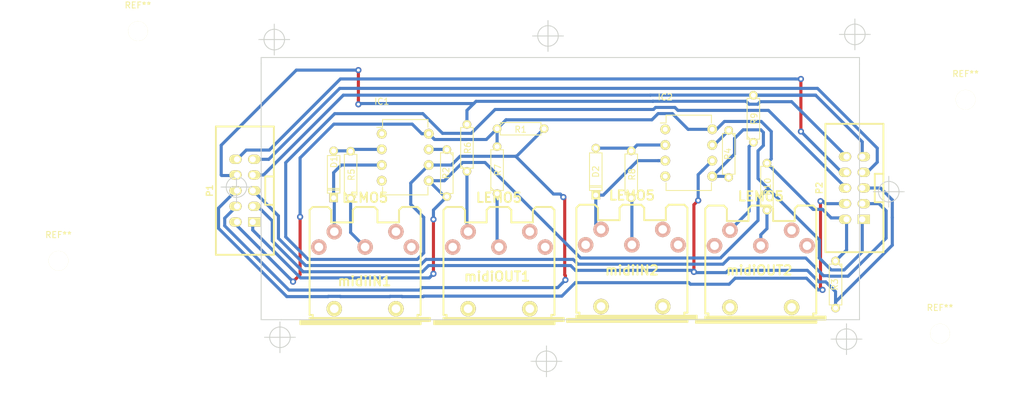
<source format=kicad_pcb>
(kicad_pcb (version 4) (host pcbnew 4.0.2-stable)

  (general
    (links 42)
    (no_connects 17)
    (area 14.750001 36.25 138.75 102.950001)
    (thickness 1.6)
    (drawings 20)
    (tracks 296)
    (zones 0)
    (modules 24)
    (nets 35)
  )

  (page A4)
  (layers
    (0 F.Cu signal)
    (31 B.Cu signal)
    (32 B.Adhes user)
    (33 F.Adhes user)
    (34 B.Paste user)
    (35 F.Paste user)
    (36 B.SilkS user)
    (37 F.SilkS user)
    (38 B.Mask user)
    (39 F.Mask user)
    (40 Dwgs.User user)
    (41 Cmts.User user)
    (42 Eco1.User user)
    (43 Eco2.User user)
    (44 Edge.Cuts user)
    (45 Margin user)
    (46 B.CrtYd user)
    (47 F.CrtYd user)
    (48 B.Fab user)
    (49 F.Fab user)
  )

  (setup
    (last_trace_width 0.5)
    (trace_clearance 0.5)
    (zone_clearance 0.508)
    (zone_45_only no)
    (trace_min 0.2)
    (segment_width 0.2)
    (edge_width 0.15)
    (via_size 1)
    (via_drill 0.5)
    (via_min_size 0.4)
    (via_min_drill 0.3)
    (uvia_size 0.3)
    (uvia_drill 0.1)
    (uvias_allowed no)
    (uvia_min_size 0.2)
    (uvia_min_drill 0.1)
    (pcb_text_width 0.3)
    (pcb_text_size 1.5 1.5)
    (mod_edge_width 0.15)
    (mod_text_size 1 1)
    (mod_text_width 0.15)
    (pad_size 3.2 3.2)
    (pad_drill 3.2)
    (pad_to_mask_clearance 0.2)
    (aux_axis_origin 0 0)
    (visible_elements 7FFFFFFF)
    (pcbplotparams
      (layerselection 0x01030_80000001)
      (usegerberextensions false)
      (excludeedgelayer true)
      (linewidth 0.100000)
      (plotframeref false)
      (viasonmask false)
      (mode 1)
      (useauxorigin false)
      (hpglpennumber 1)
      (hpglpenspeed 20)
      (hpglpendiameter 15)
      (hpglpenoverlay 2)
      (psnegative false)
      (psa4output false)
      (plotreference true)
      (plotvalue true)
      (plotinvisibletext false)
      (padsonsilk false)
      (subtractmaskfromsilk false)
      (outputformat 1)
      (mirror false)
      (drillshape 0)
      (scaleselection 1)
      (outputdirectory gerber/1/))
  )

  (net 0 "")
  (net 1 "Net-(D1-Pad1)")
  (net 2 "Net-(D1-Pad2)")
  (net 3 "Net-(D2-Pad1)")
  (net 4 "Net-(D2-Pad2)")
  (net 5 GND)
  (net 6 "Net-(IC1-Pad6)")
  (net 7 "Net-(IC1-Pad7)")
  (net 8 +5V)
  (net 9 "Net-(IC2-Pad6)")
  (net 10 "Net-(IC2-Pad7)")
  (net 11 "Net-(midiIN1-Pad3)")
  (net 12 "Net-(midiIN1-Pad4)")
  (net 13 "Net-(R5-Pad1)")
  (net 14 "Net-(midiIN1-Pad1)")
  (net 15 "Net-(midiIN2-Pad3)")
  (net 16 "Net-(midiIN2-Pad4)")
  (net 17 "Net-(R8-Pad1)")
  (net 18 "Net-(midiIN2-Pad1)")
  (net 19 "Net-(midiOUT1-Pad3)")
  (net 20 "Net-(midiOUT1-Pad4)")
  (net 21 "Net-(R7-Pad1)")
  (net 22 "Net-(midiOUT1-Pad1)")
  (net 23 "Net-(R6-Pad1)")
  (net 24 "Net-(midiOUT2-Pad3)")
  (net 25 "Net-(midiOUT2-Pad4)")
  (net 26 "Net-(R10-Pad1)")
  (net 27 "Net-(midiOUT2-Pad1)")
  (net 28 "Net-(R9-Pad1)")
  (net 29 "Net-(P1-Pad9)")
  (net 30 "Net-(P1-Pad10)")
  (net 31 "Net-(P1-Pad8)")
  (net 32 "Net-(P1-Pad7)")
  (net 33 "Net-(P1-Pad5)")
  (net 34 "Net-(P1-Pad6)")

  (net_class Default "Ceci est la Netclass par défaut"
    (clearance 0.5)
    (trace_width 0.5)
    (via_dia 1)
    (via_drill 0.5)
    (uvia_dia 0.3)
    (uvia_drill 0.1)
    (add_net +5V)
    (add_net GND)
    (add_net "Net-(D1-Pad1)")
    (add_net "Net-(D1-Pad2)")
    (add_net "Net-(D2-Pad1)")
    (add_net "Net-(D2-Pad2)")
    (add_net "Net-(IC1-Pad6)")
    (add_net "Net-(IC1-Pad7)")
    (add_net "Net-(IC2-Pad6)")
    (add_net "Net-(IC2-Pad7)")
    (add_net "Net-(P1-Pad10)")
    (add_net "Net-(P1-Pad5)")
    (add_net "Net-(P1-Pad6)")
    (add_net "Net-(P1-Pad7)")
    (add_net "Net-(P1-Pad8)")
    (add_net "Net-(P1-Pad9)")
    (add_net "Net-(R10-Pad1)")
    (add_net "Net-(R5-Pad1)")
    (add_net "Net-(R6-Pad1)")
    (add_net "Net-(R7-Pad1)")
    (add_net "Net-(R8-Pad1)")
    (add_net "Net-(R9-Pad1)")
    (add_net "Net-(midiIN1-Pad1)")
    (add_net "Net-(midiIN1-Pad3)")
    (add_net "Net-(midiIN1-Pad4)")
    (add_net "Net-(midiIN2-Pad1)")
    (add_net "Net-(midiIN2-Pad3)")
    (add_net "Net-(midiIN2-Pad4)")
    (add_net "Net-(midiOUT1-Pad1)")
    (add_net "Net-(midiOUT1-Pad3)")
    (add_net "Net-(midiOUT1-Pad4)")
    (add_net "Net-(midiOUT2-Pad1)")
    (add_net "Net-(midiOUT2-Pad3)")
    (add_net "Net-(midiOUT2-Pad4)")
  )

  (module Mounting_Holes:MountingHole_3.2mm_M3 (layer F.Cu) (tedit 56D1B4CB) (tstamp 5788AD37)
    (at 1.64 75.45)
    (descr "Mounting Hole 3.2mm, no annular, M3")
    (tags "mounting hole 3.2mm no annular m3")
    (fp_text reference REF** (at 0 -4.2) (layer F.SilkS)
      (effects (font (size 1 1) (thickness 0.15)))
    )
    (fp_text value MountingHole_3.2mm_M3 (at 0 4.2) (layer F.Fab)
      (effects (font (size 1 1) (thickness 0.15)))
    )
    (fp_circle (center 0 0) (end 3.2 0) (layer Cmts.User) (width 0.15))
    (fp_circle (center 0 0) (end 3.45 0) (layer F.CrtYd) (width 0.05))
    (pad 1 np_thru_hole circle (at 0 0) (size 3.2 3.2) (drill 3.2) (layers *.Cu *.Mask F.SilkS))
  )

  (module Mounting_Holes:MountingHole_3.2mm_M3 (layer F.Cu) (tedit 579A706D) (tstamp 5788AD36)
    (at 144.56 87.26)
    (descr "Mounting Hole 3.2mm, no annular, M3")
    (tags "mounting hole 3.2mm no annular m3")
    (fp_text reference REF** (at 0 -4.2) (layer F.SilkS)
      (effects (font (size 1 1) (thickness 0.15)))
    )
    (fp_text value MountingHole_3.2mm_M3 (at 0 4.2) (layer F.Fab)
      (effects (font (size 1 1) (thickness 0.15)))
    )
    (fp_circle (center 0 0) (end 3.2 0) (layer Cmts.User) (width 0.15))
    (fp_circle (center 0 0) (end 3.45 0) (layer F.CrtYd) (width 0.05))
    (pad "" np_thru_hole circle (at 0 0) (size 3.2 3.2) (drill 3.2) (layers *.Cu *.Mask F.SilkS))
  )

  (module Mounting_Holes:MountingHole_3.2mm_M3 (layer F.Cu) (tedit 56D1B4CB) (tstamp 5788AD35)
    (at 148.7 49.34)
    (descr "Mounting Hole 3.2mm, no annular, M3")
    (tags "mounting hole 3.2mm no annular m3")
    (fp_text reference REF** (at 0 -4.2) (layer F.SilkS)
      (effects (font (size 1 1) (thickness 0.15)))
    )
    (fp_text value MountingHole_3.2mm_M3 (at 0 4.2) (layer F.Fab)
      (effects (font (size 1 1) (thickness 0.15)))
    )
    (fp_circle (center 0 0) (end 3.2 0) (layer Cmts.User) (width 0.15))
    (fp_circle (center 0 0) (end 3.45 0) (layer F.CrtYd) (width 0.05))
    (pad 1 np_thru_hole circle (at 0 0) (size 3.2 3.2) (drill 3.2) (layers *.Cu *.Mask F.SilkS))
  )

  (module Mounting_Holes:MountingHole_3.2mm_M3 (layer F.Cu) (tedit 56D1B4CB) (tstamp 5788AD34)
    (at 14.52 38.22)
    (descr "Mounting Hole 3.2mm, no annular, M3")
    (tags "mounting hole 3.2mm no annular m3")
    (fp_text reference REF** (at 0 -4.2) (layer F.SilkS)
      (effects (font (size 1 1) (thickness 0.15)))
    )
    (fp_text value MountingHole_3.2mm_M3 (at 0 4.2) (layer F.Fab)
      (effects (font (size 1 1) (thickness 0.15)))
    )
    (fp_circle (center 0 0) (end 3.2 0) (layer Cmts.User) (width 0.15))
    (fp_circle (center 0 0) (end 3.45 0) (layer F.CrtYd) (width 0.05))
    (pad 1 np_thru_hole circle (at 0 0) (size 3.2 3.2) (drill 3.2) (layers *.Cu *.Mask F.SilkS))
  )

  (module Discret:D3 placed (layer F.Cu) (tedit 0) (tstamp 5788AA49)
    (at 46.25 61.44 270)
    (descr "Diode 3 pas")
    (tags "DIODE DEV")
    (path /5772D763)
    (fp_text reference D1 (at -2 -0.06 270) (layer F.SilkS)
      (effects (font (size 1 1) (thickness 0.15)))
    )
    (fp_text value 1N4148 (at 0 0 360) (layer F.Fab)
      (effects (font (size 1 1) (thickness 0.15)))
    )
    (fp_line (start 3.81 0) (end 3.048 0) (layer F.SilkS) (width 0.15))
    (fp_line (start 3.048 0) (end 3.048 -1.016) (layer F.SilkS) (width 0.15))
    (fp_line (start 3.048 -1.016) (end -3.048 -1.016) (layer F.SilkS) (width 0.15))
    (fp_line (start -3.048 -1.016) (end -3.048 0) (layer F.SilkS) (width 0.15))
    (fp_line (start -3.048 0) (end -3.81 0) (layer F.SilkS) (width 0.15))
    (fp_line (start -3.048 0) (end -3.048 1.016) (layer F.SilkS) (width 0.15))
    (fp_line (start -3.048 1.016) (end 3.048 1.016) (layer F.SilkS) (width 0.15))
    (fp_line (start 3.048 1.016) (end 3.048 0) (layer F.SilkS) (width 0.15))
    (fp_line (start 2.54 -1.016) (end 2.54 1.016) (layer F.SilkS) (width 0.15))
    (fp_line (start 2.286 1.016) (end 2.286 -1.016) (layer F.SilkS) (width 0.15))
    (pad 1 thru_hole rect (at 3.81 0 270) (size 1.397 1.397) (drill 0.8128) (layers *.Cu *.Mask F.SilkS)
      (net 1 "Net-(D1-Pad1)"))
    (pad 2 thru_hole circle (at -3.81 0 270) (size 1.397 1.397) (drill 0.8128) (layers *.Cu *.Mask F.SilkS)
      (net 2 "Net-(D1-Pad2)"))
    (model Discret.3dshapes/D3.wrl
      (at (xyz 0 0 0))
      (scale (xyz 0.3 0.3 0.3))
      (rotate (xyz 0 0 0))
    )
  )

  (module Discret:D3 placed (layer F.Cu) (tedit 0) (tstamp 5788AA4F)
    (at 88.75 61 270)
    (descr "Diode 3 pas")
    (tags "DIODE DEV")
    (path /5772D76E)
    (fp_text reference D2 (at 0 0 270) (layer F.SilkS)
      (effects (font (size 1 1) (thickness 0.15)))
    )
    (fp_text value 1N4148 (at 0 0 270) (layer F.Fab)
      (effects (font (size 1 1) (thickness 0.15)))
    )
    (fp_line (start 3.81 0) (end 3.048 0) (layer F.SilkS) (width 0.15))
    (fp_line (start 3.048 0) (end 3.048 -1.016) (layer F.SilkS) (width 0.15))
    (fp_line (start 3.048 -1.016) (end -3.048 -1.016) (layer F.SilkS) (width 0.15))
    (fp_line (start -3.048 -1.016) (end -3.048 0) (layer F.SilkS) (width 0.15))
    (fp_line (start -3.048 0) (end -3.81 0) (layer F.SilkS) (width 0.15))
    (fp_line (start -3.048 0) (end -3.048 1.016) (layer F.SilkS) (width 0.15))
    (fp_line (start -3.048 1.016) (end 3.048 1.016) (layer F.SilkS) (width 0.15))
    (fp_line (start 3.048 1.016) (end 3.048 0) (layer F.SilkS) (width 0.15))
    (fp_line (start 2.54 -1.016) (end 2.54 1.016) (layer F.SilkS) (width 0.15))
    (fp_line (start 2.286 1.016) (end 2.286 -1.016) (layer F.SilkS) (width 0.15))
    (pad 1 thru_hole rect (at 3.81 0 270) (size 1.397 1.397) (drill 0.8128) (layers *.Cu *.Mask F.SilkS)
      (net 3 "Net-(D2-Pad1)"))
    (pad 2 thru_hole circle (at -3.81 0 270) (size 1.397 1.397) (drill 0.8128) (layers *.Cu *.Mask F.SilkS)
      (net 4 "Net-(D2-Pad2)"))
    (model Discret.3dshapes/D3.wrl
      (at (xyz 0 0 0))
      (scale (xyz 0.3 0.3 0.3))
      (rotate (xyz 0 0 0))
    )
  )

  (module Housings_DIP:DIP-8_W7.62mm placed (layer F.Cu) (tedit 54130A77) (tstamp 5788AA5B)
    (at 54.05 54.85)
    (descr "8-lead dip package, row spacing 7.62 mm (300 mils)")
    (tags "dil dip 2.54 300")
    (path /5772D759)
    (fp_text reference IC1 (at 0 -5.22) (layer F.SilkS)
      (effects (font (size 1 1) (thickness 0.15)))
    )
    (fp_text value 6N138 (at 0 -3.72) (layer F.Fab)
      (effects (font (size 1 1) (thickness 0.15)))
    )
    (fp_line (start -1.05 -2.45) (end -1.05 10.1) (layer F.CrtYd) (width 0.05))
    (fp_line (start 8.65 -2.45) (end 8.65 10.1) (layer F.CrtYd) (width 0.05))
    (fp_line (start -1.05 -2.45) (end 8.65 -2.45) (layer F.CrtYd) (width 0.05))
    (fp_line (start -1.05 10.1) (end 8.65 10.1) (layer F.CrtYd) (width 0.05))
    (fp_line (start 0.135 -2.295) (end 0.135 -1.025) (layer F.SilkS) (width 0.15))
    (fp_line (start 7.485 -2.295) (end 7.485 -1.025) (layer F.SilkS) (width 0.15))
    (fp_line (start 7.485 9.915) (end 7.485 8.645) (layer F.SilkS) (width 0.15))
    (fp_line (start 0.135 9.915) (end 0.135 8.645) (layer F.SilkS) (width 0.15))
    (fp_line (start 0.135 -2.295) (end 7.485 -2.295) (layer F.SilkS) (width 0.15))
    (fp_line (start 0.135 9.915) (end 7.485 9.915) (layer F.SilkS) (width 0.15))
    (fp_line (start 0.135 -1.025) (end -0.8 -1.025) (layer F.SilkS) (width 0.15))
    (pad 1 thru_hole oval (at 0 0) (size 1.6 1.6) (drill 0.8) (layers *.Cu *.Mask F.SilkS))
    (pad 2 thru_hole oval (at 0 2.54) (size 1.6 1.6) (drill 0.8) (layers *.Cu *.Mask F.SilkS)
      (net 2 "Net-(D1-Pad2)"))
    (pad 3 thru_hole oval (at 0 5.08) (size 1.6 1.6) (drill 0.8) (layers *.Cu *.Mask F.SilkS)
      (net 1 "Net-(D1-Pad1)"))
    (pad 4 thru_hole oval (at 0 7.62) (size 1.6 1.6) (drill 0.8) (layers *.Cu *.Mask F.SilkS))
    (pad 5 thru_hole oval (at 7.62 7.62) (size 1.6 1.6) (drill 0.8) (layers *.Cu *.Mask F.SilkS)
      (net 5 GND))
    (pad 6 thru_hole oval (at 7.62 5.08) (size 1.6 1.6) (drill 0.8) (layers *.Cu *.Mask F.SilkS)
      (net 6 "Net-(IC1-Pad6)"))
    (pad 7 thru_hole oval (at 7.62 2.54) (size 1.6 1.6) (drill 0.8) (layers *.Cu *.Mask F.SilkS)
      (net 7 "Net-(IC1-Pad7)"))
    (pad 8 thru_hole oval (at 7.62 0) (size 1.6 1.6) (drill 0.8) (layers *.Cu *.Mask F.SilkS)
      (net 8 +5V))
    (model Housings_DIP.3dshapes/DIP-8_W7.62mm.wrl
      (at (xyz 0 0 0))
      (scale (xyz 1 1 1))
      (rotate (xyz 0 0 0))
    )
  )

  (module Housings_DIP:DIP-8_W7.62mm placed (layer F.Cu) (tedit 54130A77) (tstamp 5788AA67)
    (at 100.01 54.14)
    (descr "8-lead dip package, row spacing 7.62 mm (300 mils)")
    (tags "dil dip 2.54 300")
    (path /5772D766)
    (fp_text reference IC2 (at 0 -5.22) (layer F.SilkS)
      (effects (font (size 1 1) (thickness 0.15)))
    )
    (fp_text value 6N138 (at 0 -3.72) (layer F.Fab)
      (effects (font (size 1 1) (thickness 0.15)))
    )
    (fp_line (start -1.05 -2.45) (end -1.05 10.1) (layer F.CrtYd) (width 0.05))
    (fp_line (start 8.65 -2.45) (end 8.65 10.1) (layer F.CrtYd) (width 0.05))
    (fp_line (start -1.05 -2.45) (end 8.65 -2.45) (layer F.CrtYd) (width 0.05))
    (fp_line (start -1.05 10.1) (end 8.65 10.1) (layer F.CrtYd) (width 0.05))
    (fp_line (start 0.135 -2.295) (end 0.135 -1.025) (layer F.SilkS) (width 0.15))
    (fp_line (start 7.485 -2.295) (end 7.485 -1.025) (layer F.SilkS) (width 0.15))
    (fp_line (start 7.485 9.915) (end 7.485 8.645) (layer F.SilkS) (width 0.15))
    (fp_line (start 0.135 9.915) (end 0.135 8.645) (layer F.SilkS) (width 0.15))
    (fp_line (start 0.135 -2.295) (end 7.485 -2.295) (layer F.SilkS) (width 0.15))
    (fp_line (start 0.135 9.915) (end 7.485 9.915) (layer F.SilkS) (width 0.15))
    (fp_line (start 0.135 -1.025) (end -0.8 -1.025) (layer F.SilkS) (width 0.15))
    (pad 1 thru_hole oval (at 0 0) (size 1.6 1.6) (drill 0.8) (layers *.Cu *.Mask F.SilkS))
    (pad 2 thru_hole oval (at 0 2.54) (size 1.6 1.6) (drill 0.8) (layers *.Cu *.Mask F.SilkS)
      (net 4 "Net-(D2-Pad2)"))
    (pad 3 thru_hole oval (at 0 5.08) (size 1.6 1.6) (drill 0.8) (layers *.Cu *.Mask F.SilkS)
      (net 3 "Net-(D2-Pad1)"))
    (pad 4 thru_hole oval (at 0 7.62) (size 1.6 1.6) (drill 0.8) (layers *.Cu *.Mask F.SilkS))
    (pad 5 thru_hole oval (at 7.62 7.62) (size 1.6 1.6) (drill 0.8) (layers *.Cu *.Mask F.SilkS)
      (net 5 GND))
    (pad 6 thru_hole oval (at 7.62 5.08) (size 1.6 1.6) (drill 0.8) (layers *.Cu *.Mask F.SilkS)
      (net 9 "Net-(IC2-Pad6)"))
    (pad 7 thru_hole oval (at 7.62 2.54) (size 1.6 1.6) (drill 0.8) (layers *.Cu *.Mask F.SilkS)
      (net 10 "Net-(IC2-Pad7)"))
    (pad 8 thru_hole oval (at 7.62 0) (size 1.6 1.6) (drill 0.8) (layers *.Cu *.Mask F.SilkS)
      (net 8 +5V))
    (model Housings_DIP.3dshapes/DIP-8_W7.62mm.wrl
      (at (xyz 0 0 0))
      (scale (xyz 1 1 1))
      (rotate (xyz 0 0 0))
    )
  )

  (module w_conn_av:din-5 locked (layer F.Cu) (tedit 5788AD5A) (tstamp 5788AA72)
    (at 51.352761 76.22474)
    (descr "Din 5 (MIDI), Pro Signal P/N PSG03463")
    (path /5772D764)
    (fp_text reference midiIN1 (at -0.102761 2.52526) (layer F.SilkS)
      (effects (font (thickness 0.3048)))
    )
    (fp_text value LEMO5 (at 0 -11.00074) (layer F.SilkS)
      (effects (font (thickness 0.3048)))
    )
    (fp_line (start -8.99922 8.7503) (end 10.50036 8.7503) (layer F.SilkS) (width 0.3048))
    (fp_line (start 8.99922 8.99922) (end -8.99922 8.99922) (layer F.SilkS) (width 0.3048))
    (fp_line (start -10.50036 9.25068) (end 8.99922 9.25068) (layer F.SilkS) (width 0.3048))
    (fp_line (start -8.99922 -8.99922) (end -8.99922 8.001) (layer F.SilkS) (width 0.3048))
    (fp_line (start -8.99922 -8.99922) (end -8.49884 -9.4996) (layer F.SilkS) (width 0.3048))
    (fp_line (start -8.49884 -9.4996) (end -5.99948 -9.4996) (layer F.SilkS) (width 0.3048))
    (fp_line (start -5.99948 -9.4996) (end -5.4991 -8.99922) (layer F.SilkS) (width 0.3048))
    (fp_line (start -5.4991 -8.99922) (end -5.4991 -7.00024) (layer F.SilkS) (width 0.3048))
    (fp_line (start -5.4991 -7.00024) (end -1.99898 -7.00024) (layer F.SilkS) (width 0.3048))
    (fp_line (start 8.99922 -8.99922) (end 8.99922 8.001) (layer F.SilkS) (width 0.3048))
    (fp_line (start 8.99922 -8.99922) (end 8.49884 -9.4996) (layer F.SilkS) (width 0.3048))
    (fp_line (start 8.49884 -9.4996) (end 6.49986 -9.4996) (layer F.SilkS) (width 0.3048))
    (fp_line (start 6.49986 -9.4996) (end 5.99948 -9.4996) (layer F.SilkS) (width 0.3048))
    (fp_line (start 5.99948 -9.4996) (end 5.4991 -8.99922) (layer F.SilkS) (width 0.3048))
    (fp_line (start 5.4991 -8.99922) (end 5.4991 -7.00024) (layer F.SilkS) (width 0.3048))
    (fp_line (start 5.4991 -7.00024) (end 1.99898 -7.00024) (layer F.SilkS) (width 0.3048))
    (fp_line (start -1.50114 -9.4996) (end -1.99898 -8.99922) (layer F.SilkS) (width 0.3048))
    (fp_line (start -1.99898 -8.99922) (end -1.99898 -7.00024) (layer F.SilkS) (width 0.3048))
    (fp_line (start -1.50114 -9.4996) (end 1.50114 -9.4996) (layer F.SilkS) (width 0.3048))
    (fp_line (start 1.50114 -9.4996) (end 1.99898 -8.99922) (layer F.SilkS) (width 0.3048))
    (fp_line (start 1.99898 -8.99922) (end 1.99898 -7.00024) (layer F.SilkS) (width 0.3048))
    (fp_line (start 10.50036 8.99922) (end 8.99922 8.99922) (layer F.SilkS) (width 0.3048))
    (fp_line (start 8.99922 8.99922) (end 8.99922 9.4996) (layer F.SilkS) (width 0.3048))
    (fp_line (start 8.99922 9.4996) (end -10.50036 9.4996) (layer F.SilkS) (width 0.3048))
    (fp_line (start -10.50036 8.99922) (end -8.99922 8.99922) (layer F.SilkS) (width 0.3048))
    (fp_line (start -8.99922 8.99922) (end -8.99922 8.49884) (layer F.SilkS) (width 0.3048))
    (fp_line (start -8.99922 8.49884) (end 10.50036 8.49884) (layer F.SilkS) (width 0.3048))
    (fp_line (start 8.99922 8.001) (end 8.49884 8.001) (layer F.SilkS) (width 0.3048))
    (fp_line (start -8.99922 8.001) (end -8.49884 8.001) (layer F.SilkS) (width 0.3048))
    (fp_line (start 8.49884 8.49884) (end 8.49884 8.001) (layer F.SilkS) (width 0.3048))
    (fp_line (start -8.49884 8.001) (end -8.49884 8.49884) (layer F.SilkS) (width 0.3048))
    (fp_line (start -10.50036 9.4996) (end -10.50036 8.99922) (layer F.SilkS) (width 0.3048))
    (fp_line (start 10.50036 8.49884) (end 10.50036 8.99922) (layer F.SilkS) (width 0.3048))
    (pad 3 thru_hole circle (at -7.49808 -2.9972) (size 2.49936 2.49936) (drill 1.397) (layers *.Cu *.SilkS *.Mask)
      (net 11 "Net-(midiIN1-Pad3)"))
    (pad 4 thru_hole circle (at 4.99618 -5.4991) (size 2.49936 2.49936) (drill 1.397) (layers *.Cu *.SilkS *.Mask)
      (net 12 "Net-(midiIN1-Pad4)"))
    (pad 2 thru_hole circle (at 0 -2.99974) (size 2.49936 2.49936) (drill 1.397) (layers *.Cu *.SilkS *.Mask)
      (net 13 "Net-(R5-Pad1)"))
    (pad 1 thru_hole circle (at 7.49808 -2.9972) (size 2.49936 2.49936) (drill 1.397) (layers *.Cu *.SilkS *.Mask)
      (net 14 "Net-(midiIN1-Pad1)"))
    (pad 5 thru_hole circle (at -4.99618 -5.4991) (size 2.49936 2.49936) (drill 1.397) (layers *.Cu *.SilkS *.Mask)
      (net 1 "Net-(D1-Pad1)"))
    (pad "" np_thru_hole circle (at 5.00126 6.9977) (size 2.49936 2.49936) (drill 1.397) (layers *.Cu *.Mask F.SilkS))
    (pad "" np_thru_hole circle (at -5.00126 6.9977) (size 2.49936 2.49936) (drill 1.397) (layers *.Cu *.Mask F.SilkS))
    (model walter/conn_av/din-5.wrl
      (at (xyz 0 0 0))
      (scale (xyz 1 1 1))
      (rotate (xyz 0 0 0))
    )
  )

  (module w_conn_av:din-5 locked (layer F.Cu) (tedit 51C20EF5) (tstamp 5788AA7D)
    (at 94.602761 75.86474)
    (descr "Din 5 (MIDI), Pro Signal P/N PSG03463")
    (path /5772D76F)
    (fp_text reference midiIN2 (at 0 1.13526) (layer F.SilkS)
      (effects (font (thickness 0.3048)))
    )
    (fp_text value LEMO5 (at 0 -11.00074) (layer F.SilkS)
      (effects (font (thickness 0.3048)))
    )
    (fp_line (start -8.99922 8.7503) (end 10.50036 8.7503) (layer F.SilkS) (width 0.3048))
    (fp_line (start 8.99922 8.99922) (end -8.99922 8.99922) (layer F.SilkS) (width 0.3048))
    (fp_line (start -10.50036 9.25068) (end 8.99922 9.25068) (layer F.SilkS) (width 0.3048))
    (fp_line (start -8.99922 -8.99922) (end -8.99922 8.001) (layer F.SilkS) (width 0.3048))
    (fp_line (start -8.99922 -8.99922) (end -8.49884 -9.4996) (layer F.SilkS) (width 0.3048))
    (fp_line (start -8.49884 -9.4996) (end -5.99948 -9.4996) (layer F.SilkS) (width 0.3048))
    (fp_line (start -5.99948 -9.4996) (end -5.4991 -8.99922) (layer F.SilkS) (width 0.3048))
    (fp_line (start -5.4991 -8.99922) (end -5.4991 -7.00024) (layer F.SilkS) (width 0.3048))
    (fp_line (start -5.4991 -7.00024) (end -1.99898 -7.00024) (layer F.SilkS) (width 0.3048))
    (fp_line (start 8.99922 -8.99922) (end 8.99922 8.001) (layer F.SilkS) (width 0.3048))
    (fp_line (start 8.99922 -8.99922) (end 8.49884 -9.4996) (layer F.SilkS) (width 0.3048))
    (fp_line (start 8.49884 -9.4996) (end 6.49986 -9.4996) (layer F.SilkS) (width 0.3048))
    (fp_line (start 6.49986 -9.4996) (end 5.99948 -9.4996) (layer F.SilkS) (width 0.3048))
    (fp_line (start 5.99948 -9.4996) (end 5.4991 -8.99922) (layer F.SilkS) (width 0.3048))
    (fp_line (start 5.4991 -8.99922) (end 5.4991 -7.00024) (layer F.SilkS) (width 0.3048))
    (fp_line (start 5.4991 -7.00024) (end 1.99898 -7.00024) (layer F.SilkS) (width 0.3048))
    (fp_line (start -1.50114 -9.4996) (end -1.99898 -8.99922) (layer F.SilkS) (width 0.3048))
    (fp_line (start -1.99898 -8.99922) (end -1.99898 -7.00024) (layer F.SilkS) (width 0.3048))
    (fp_line (start -1.50114 -9.4996) (end 1.50114 -9.4996) (layer F.SilkS) (width 0.3048))
    (fp_line (start 1.50114 -9.4996) (end 1.99898 -8.99922) (layer F.SilkS) (width 0.3048))
    (fp_line (start 1.99898 -8.99922) (end 1.99898 -7.00024) (layer F.SilkS) (width 0.3048))
    (fp_line (start 10.50036 8.99922) (end 8.99922 8.99922) (layer F.SilkS) (width 0.3048))
    (fp_line (start 8.99922 8.99922) (end 8.99922 9.4996) (layer F.SilkS) (width 0.3048))
    (fp_line (start 8.99922 9.4996) (end -10.50036 9.4996) (layer F.SilkS) (width 0.3048))
    (fp_line (start -10.50036 8.99922) (end -8.99922 8.99922) (layer F.SilkS) (width 0.3048))
    (fp_line (start -8.99922 8.99922) (end -8.99922 8.49884) (layer F.SilkS) (width 0.3048))
    (fp_line (start -8.99922 8.49884) (end 10.50036 8.49884) (layer F.SilkS) (width 0.3048))
    (fp_line (start 8.99922 8.001) (end 8.49884 8.001) (layer F.SilkS) (width 0.3048))
    (fp_line (start -8.99922 8.001) (end -8.49884 8.001) (layer F.SilkS) (width 0.3048))
    (fp_line (start 8.49884 8.49884) (end 8.49884 8.001) (layer F.SilkS) (width 0.3048))
    (fp_line (start -8.49884 8.001) (end -8.49884 8.49884) (layer F.SilkS) (width 0.3048))
    (fp_line (start -10.50036 9.4996) (end -10.50036 8.99922) (layer F.SilkS) (width 0.3048))
    (fp_line (start 10.50036 8.49884) (end 10.50036 8.99922) (layer F.SilkS) (width 0.3048))
    (pad 3 thru_hole circle (at -7.49808 -2.9972) (size 2.49936 2.49936) (drill 1.397) (layers *.Cu *.SilkS *.Mask)
      (net 15 "Net-(midiIN2-Pad3)"))
    (pad 4 thru_hole circle (at 4.99618 -5.4991) (size 2.49936 2.49936) (drill 1.397) (layers *.Cu *.SilkS *.Mask)
      (net 16 "Net-(midiIN2-Pad4)"))
    (pad 2 thru_hole circle (at 0 -2.99974) (size 2.49936 2.49936) (drill 1.397) (layers *.Cu *.SilkS *.Mask)
      (net 17 "Net-(R8-Pad1)"))
    (pad 1 thru_hole circle (at 7.49808 -2.9972) (size 2.49936 2.49936) (drill 1.397) (layers *.Cu *.SilkS *.Mask)
      (net 18 "Net-(midiIN2-Pad1)"))
    (pad 5 thru_hole circle (at -4.99618 -5.4991) (size 2.49936 2.49936) (drill 1.397) (layers *.Cu *.SilkS *.Mask)
      (net 3 "Net-(D2-Pad1)"))
    (pad "" np_thru_hole circle (at 5.00126 6.9977) (size 2.49936 2.49936) (drill 1.397) (layers *.Cu *.Mask F.SilkS))
    (pad "" np_thru_hole circle (at -5.00126 6.9977) (size 2.49936 2.49936) (drill 1.397) (layers *.Cu *.Mask F.SilkS))
    (model walter/conn_av/din-5.wrl
      (at (xyz 0 0 0))
      (scale (xyz 1 1 1))
      (rotate (xyz 0 0 0))
    )
  )

  (module w_conn_av:din-5 locked (layer F.Cu) (tedit 51C20EF5) (tstamp 5788AA88)
    (at 73.052761 76.22474)
    (descr "Din 5 (MIDI), Pro Signal P/N PSG03463")
    (path /5772D771)
    (fp_text reference midiOUT1 (at -0.302761 1.77526) (layer F.SilkS)
      (effects (font (thickness 0.3048)))
    )
    (fp_text value LEMO5 (at 0 -11.00074) (layer F.SilkS)
      (effects (font (thickness 0.3048)))
    )
    (fp_line (start -8.99922 8.7503) (end 10.50036 8.7503) (layer F.SilkS) (width 0.3048))
    (fp_line (start 8.99922 8.99922) (end -8.99922 8.99922) (layer F.SilkS) (width 0.3048))
    (fp_line (start -10.50036 9.25068) (end 8.99922 9.25068) (layer F.SilkS) (width 0.3048))
    (fp_line (start -8.99922 -8.99922) (end -8.99922 8.001) (layer F.SilkS) (width 0.3048))
    (fp_line (start -8.99922 -8.99922) (end -8.49884 -9.4996) (layer F.SilkS) (width 0.3048))
    (fp_line (start -8.49884 -9.4996) (end -5.99948 -9.4996) (layer F.SilkS) (width 0.3048))
    (fp_line (start -5.99948 -9.4996) (end -5.4991 -8.99922) (layer F.SilkS) (width 0.3048))
    (fp_line (start -5.4991 -8.99922) (end -5.4991 -7.00024) (layer F.SilkS) (width 0.3048))
    (fp_line (start -5.4991 -7.00024) (end -1.99898 -7.00024) (layer F.SilkS) (width 0.3048))
    (fp_line (start 8.99922 -8.99922) (end 8.99922 8.001) (layer F.SilkS) (width 0.3048))
    (fp_line (start 8.99922 -8.99922) (end 8.49884 -9.4996) (layer F.SilkS) (width 0.3048))
    (fp_line (start 8.49884 -9.4996) (end 6.49986 -9.4996) (layer F.SilkS) (width 0.3048))
    (fp_line (start 6.49986 -9.4996) (end 5.99948 -9.4996) (layer F.SilkS) (width 0.3048))
    (fp_line (start 5.99948 -9.4996) (end 5.4991 -8.99922) (layer F.SilkS) (width 0.3048))
    (fp_line (start 5.4991 -8.99922) (end 5.4991 -7.00024) (layer F.SilkS) (width 0.3048))
    (fp_line (start 5.4991 -7.00024) (end 1.99898 -7.00024) (layer F.SilkS) (width 0.3048))
    (fp_line (start -1.50114 -9.4996) (end -1.99898 -8.99922) (layer F.SilkS) (width 0.3048))
    (fp_line (start -1.99898 -8.99922) (end -1.99898 -7.00024) (layer F.SilkS) (width 0.3048))
    (fp_line (start -1.50114 -9.4996) (end 1.50114 -9.4996) (layer F.SilkS) (width 0.3048))
    (fp_line (start 1.50114 -9.4996) (end 1.99898 -8.99922) (layer F.SilkS) (width 0.3048))
    (fp_line (start 1.99898 -8.99922) (end 1.99898 -7.00024) (layer F.SilkS) (width 0.3048))
    (fp_line (start 10.50036 8.99922) (end 8.99922 8.99922) (layer F.SilkS) (width 0.3048))
    (fp_line (start 8.99922 8.99922) (end 8.99922 9.4996) (layer F.SilkS) (width 0.3048))
    (fp_line (start 8.99922 9.4996) (end -10.50036 9.4996) (layer F.SilkS) (width 0.3048))
    (fp_line (start -10.50036 8.99922) (end -8.99922 8.99922) (layer F.SilkS) (width 0.3048))
    (fp_line (start -8.99922 8.99922) (end -8.99922 8.49884) (layer F.SilkS) (width 0.3048))
    (fp_line (start -8.99922 8.49884) (end 10.50036 8.49884) (layer F.SilkS) (width 0.3048))
    (fp_line (start 8.99922 8.001) (end 8.49884 8.001) (layer F.SilkS) (width 0.3048))
    (fp_line (start -8.99922 8.001) (end -8.49884 8.001) (layer F.SilkS) (width 0.3048))
    (fp_line (start 8.49884 8.49884) (end 8.49884 8.001) (layer F.SilkS) (width 0.3048))
    (fp_line (start -8.49884 8.001) (end -8.49884 8.49884) (layer F.SilkS) (width 0.3048))
    (fp_line (start -10.50036 9.4996) (end -10.50036 8.99922) (layer F.SilkS) (width 0.3048))
    (fp_line (start 10.50036 8.49884) (end 10.50036 8.99922) (layer F.SilkS) (width 0.3048))
    (pad 3 thru_hole circle (at -7.49808 -2.9972) (size 2.49936 2.49936) (drill 1.397) (layers *.Cu *.SilkS *.Mask)
      (net 19 "Net-(midiOUT1-Pad3)"))
    (pad 4 thru_hole circle (at 4.99618 -5.4991) (size 2.49936 2.49936) (drill 1.397) (layers *.Cu *.SilkS *.Mask)
      (net 20 "Net-(midiOUT1-Pad4)"))
    (pad 2 thru_hole circle (at 0 -2.99974) (size 2.49936 2.49936) (drill 1.397) (layers *.Cu *.SilkS *.Mask)
      (net 21 "Net-(R7-Pad1)"))
    (pad 1 thru_hole circle (at 7.49808 -2.9972) (size 2.49936 2.49936) (drill 1.397) (layers *.Cu *.SilkS *.Mask)
      (net 22 "Net-(midiOUT1-Pad1)"))
    (pad 5 thru_hole circle (at -4.99618 -5.4991) (size 2.49936 2.49936) (drill 1.397) (layers *.Cu *.SilkS *.Mask)
      (net 23 "Net-(R6-Pad1)"))
    (pad "" np_thru_hole circle (at 5.00126 6.9977) (size 2.49936 2.49936) (drill 1.397) (layers *.Cu *.Mask F.SilkS))
    (pad "" np_thru_hole circle (at -5.00126 6.9977) (size 2.49936 2.49936) (drill 1.397) (layers *.Cu *.Mask F.SilkS))
    (model walter/conn_av/din-5.wrl
      (at (xyz 0 0 0))
      (scale (xyz 1 1 1))
      (rotate (xyz 0 0 0))
    )
  )

  (module w_conn_av:din-5 locked (layer F.Cu) (tedit 51C20EF5) (tstamp 5788AA93)
    (at 115.5 76)
    (descr "Din 5 (MIDI), Pro Signal P/N PSG03463")
    (path /5772D778)
    (fp_text reference midiOUT2 (at -0.25 1) (layer F.SilkS)
      (effects (font (thickness 0.3048)))
    )
    (fp_text value LEMO5 (at 0 -11.00074) (layer F.SilkS)
      (effects (font (thickness 0.3048)))
    )
    (fp_line (start -8.99922 8.7503) (end 10.50036 8.7503) (layer F.SilkS) (width 0.3048))
    (fp_line (start 8.99922 8.99922) (end -8.99922 8.99922) (layer F.SilkS) (width 0.3048))
    (fp_line (start -10.50036 9.25068) (end 8.99922 9.25068) (layer F.SilkS) (width 0.3048))
    (fp_line (start -8.99922 -8.99922) (end -8.99922 8.001) (layer F.SilkS) (width 0.3048))
    (fp_line (start -8.99922 -8.99922) (end -8.49884 -9.4996) (layer F.SilkS) (width 0.3048))
    (fp_line (start -8.49884 -9.4996) (end -5.99948 -9.4996) (layer F.SilkS) (width 0.3048))
    (fp_line (start -5.99948 -9.4996) (end -5.4991 -8.99922) (layer F.SilkS) (width 0.3048))
    (fp_line (start -5.4991 -8.99922) (end -5.4991 -7.00024) (layer F.SilkS) (width 0.3048))
    (fp_line (start -5.4991 -7.00024) (end -1.99898 -7.00024) (layer F.SilkS) (width 0.3048))
    (fp_line (start 8.99922 -8.99922) (end 8.99922 8.001) (layer F.SilkS) (width 0.3048))
    (fp_line (start 8.99922 -8.99922) (end 8.49884 -9.4996) (layer F.SilkS) (width 0.3048))
    (fp_line (start 8.49884 -9.4996) (end 6.49986 -9.4996) (layer F.SilkS) (width 0.3048))
    (fp_line (start 6.49986 -9.4996) (end 5.99948 -9.4996) (layer F.SilkS) (width 0.3048))
    (fp_line (start 5.99948 -9.4996) (end 5.4991 -8.99922) (layer F.SilkS) (width 0.3048))
    (fp_line (start 5.4991 -8.99922) (end 5.4991 -7.00024) (layer F.SilkS) (width 0.3048))
    (fp_line (start 5.4991 -7.00024) (end 1.99898 -7.00024) (layer F.SilkS) (width 0.3048))
    (fp_line (start -1.50114 -9.4996) (end -1.99898 -8.99922) (layer F.SilkS) (width 0.3048))
    (fp_line (start -1.99898 -8.99922) (end -1.99898 -7.00024) (layer F.SilkS) (width 0.3048))
    (fp_line (start -1.50114 -9.4996) (end 1.50114 -9.4996) (layer F.SilkS) (width 0.3048))
    (fp_line (start 1.50114 -9.4996) (end 1.99898 -8.99922) (layer F.SilkS) (width 0.3048))
    (fp_line (start 1.99898 -8.99922) (end 1.99898 -7.00024) (layer F.SilkS) (width 0.3048))
    (fp_line (start 10.50036 8.99922) (end 8.99922 8.99922) (layer F.SilkS) (width 0.3048))
    (fp_line (start 8.99922 8.99922) (end 8.99922 9.4996) (layer F.SilkS) (width 0.3048))
    (fp_line (start 8.99922 9.4996) (end -10.50036 9.4996) (layer F.SilkS) (width 0.3048))
    (fp_line (start -10.50036 8.99922) (end -8.99922 8.99922) (layer F.SilkS) (width 0.3048))
    (fp_line (start -8.99922 8.99922) (end -8.99922 8.49884) (layer F.SilkS) (width 0.3048))
    (fp_line (start -8.99922 8.49884) (end 10.50036 8.49884) (layer F.SilkS) (width 0.3048))
    (fp_line (start 8.99922 8.001) (end 8.49884 8.001) (layer F.SilkS) (width 0.3048))
    (fp_line (start -8.99922 8.001) (end -8.49884 8.001) (layer F.SilkS) (width 0.3048))
    (fp_line (start 8.49884 8.49884) (end 8.49884 8.001) (layer F.SilkS) (width 0.3048))
    (fp_line (start -8.49884 8.001) (end -8.49884 8.49884) (layer F.SilkS) (width 0.3048))
    (fp_line (start -10.50036 9.4996) (end -10.50036 8.99922) (layer F.SilkS) (width 0.3048))
    (fp_line (start 10.50036 8.49884) (end 10.50036 8.99922) (layer F.SilkS) (width 0.3048))
    (pad 3 thru_hole circle (at -7.49808 -2.9972) (size 2.49936 2.49936) (drill 1.397) (layers *.Cu *.SilkS *.Mask)
      (net 24 "Net-(midiOUT2-Pad3)"))
    (pad 4 thru_hole circle (at 4.99618 -5.4991) (size 2.49936 2.49936) (drill 1.397) (layers *.Cu *.SilkS *.Mask)
      (net 25 "Net-(midiOUT2-Pad4)"))
    (pad 2 thru_hole circle (at 0 -2.99974) (size 2.49936 2.49936) (drill 1.397) (layers *.Cu *.SilkS *.Mask)
      (net 26 "Net-(R10-Pad1)"))
    (pad 1 thru_hole circle (at 7.49808 -2.9972) (size 2.49936 2.49936) (drill 1.397) (layers *.Cu *.SilkS *.Mask)
      (net 27 "Net-(midiOUT2-Pad1)"))
    (pad 5 thru_hole circle (at -4.99618 -5.4991) (size 2.49936 2.49936) (drill 1.397) (layers *.Cu *.SilkS *.Mask)
      (net 28 "Net-(R9-Pad1)"))
    (pad "" np_thru_hole circle (at 5.00126 6.9977) (size 2.49936 2.49936) (drill 1.397) (layers *.Cu *.Mask F.SilkS))
    (pad "" np_thru_hole circle (at -5.00126 6.9977) (size 2.49936 2.49936) (drill 1.397) (layers *.Cu *.Mask F.SilkS))
    (model walter/conn_av/din-5.wrl
      (at (xyz 0 0 0))
      (scale (xyz 1 1 1))
      (rotate (xyz 0 0 0))
    )
  )

  (module w_conn_strip:vasch_strip_5x2 placed (layer F.Cu) (tedit 53DE0503) (tstamp 5788AAA1)
    (at 31.86 64.08 90)
    (descr "Box header 5x2pin 2.54mm")
    (tags "CONN DEV")
    (path /5772E6F0)
    (fp_text reference P1 (at 0 -5.7 90) (layer F.SilkS)
      (effects (font (size 1 1) (thickness 0.2032)))
    )
    (fp_text value CONN_02X05 (at 0 5.7 90) (layer F.SilkS) hide
      (effects (font (size 1 1) (thickness 0.2032)))
    )
    (fp_line (start -10.4 4.7) (end 10.4 4.7) (layer F.SilkS) (width 0.3048))
    (fp_line (start 10.4 -4.7) (end -10.4 -4.7) (layer F.SilkS) (width 0.3048))
    (fp_line (start -10.4 -4.7) (end -10.4 4.7) (layer F.SilkS) (width 0.3048))
    (fp_line (start 10.4 -4.7) (end 10.4 4.7) (layer F.SilkS) (width 0.3048))
    (fp_line (start 2.3 4.7) (end 2.3 3.3) (layer F.SilkS) (width 0.29972))
    (fp_line (start 2.3 3.3) (end -2.3 3.3) (layer F.SilkS) (width 0.29972))
    (fp_line (start -2.3 3.3) (end -2.3 4.7) (layer F.SilkS) (width 0.29972))
    (pad 9 thru_hole oval (at 5.08 1.27 90) (size 1.5 2) (drill 1 (offset 0 0.25)) (layers *.Cu *.Mask F.SilkS)
      (net 29 "Net-(P1-Pad9)"))
    (pad 10 thru_hole oval (at 5.08 -1.27 90) (size 1.5 2) (drill 1 (offset 0 -0.25)) (layers *.Cu *.Mask F.SilkS)
      (net 30 "Net-(P1-Pad10)"))
    (pad 8 thru_hole oval (at 2.54 -1.27 90) (size 1.5 2) (drill 1 (offset 0 -0.25)) (layers *.Cu *.Mask F.SilkS)
      (net 31 "Net-(P1-Pad8)"))
    (pad 7 thru_hole oval (at 2.54 1.27 90) (size 1.5 2) (drill 1 (offset 0 0.25)) (layers *.Cu *.Mask F.SilkS)
      (net 32 "Net-(P1-Pad7)"))
    (pad 1 thru_hole rect (at -5.08 1.27 90) (size 1.5 2) (drill 1 (offset 0 0.25)) (layers *.Cu *.Mask F.SilkS)
      (net 5 GND))
    (pad 2 thru_hole oval (at -5.08 -1.27 90) (size 1.5 2) (drill 1 (offset 0 -0.25)) (layers *.Cu *.Mask F.SilkS)
      (net 8 +5V))
    (pad 3 thru_hole oval (at -2.54 1.27 90) (size 1.5 2) (drill 1 (offset 0 0.25)) (layers *.Cu *.Mask F.SilkS)
      (net 9 "Net-(IC2-Pad6)"))
    (pad 4 thru_hole oval (at -2.54 -1.27 90) (size 1.5 2) (drill 1 (offset 0 -0.25)) (layers *.Cu *.Mask F.SilkS)
      (net 6 "Net-(IC1-Pad6)"))
    (pad 5 thru_hole oval (at 0 1.27 90) (size 1.5 2) (drill 1 (offset 0 0.25)) (layers *.Cu *.Mask F.SilkS)
      (net 33 "Net-(P1-Pad5)"))
    (pad 6 thru_hole oval (at 0 -1.27 90) (size 1.5 2) (drill 1 (offset 0 -0.25)) (layers *.Cu *.Mask F.SilkS)
      (net 34 "Net-(P1-Pad6)"))
    (model walter/conn_strip/vasch_strip_5x2.wrl
      (at (xyz 0 0 0))
      (scale (xyz 1 1 1))
      (rotate (xyz 0 0 0))
    )
  )

  (module w_conn_strip:vasch_strip_5x2 placed (layer F.Cu) (tedit 53DE0503) (tstamp 5788AAAF)
    (at 130.68 63.65 90)
    (descr "Box header 5x2pin 2.54mm")
    (tags "CONN DEV")
    (path /5772EB15)
    (fp_text reference P2 (at 0 -5.7 90) (layer F.SilkS)
      (effects (font (size 1 1) (thickness 0.2032)))
    )
    (fp_text value CONN_02X05 (at 0 5.7 90) (layer F.SilkS) hide
      (effects (font (size 1 1) (thickness 0.2032)))
    )
    (fp_line (start -10.4 4.7) (end 10.4 4.7) (layer F.SilkS) (width 0.3048))
    (fp_line (start 10.4 -4.7) (end -10.4 -4.7) (layer F.SilkS) (width 0.3048))
    (fp_line (start -10.4 -4.7) (end -10.4 4.7) (layer F.SilkS) (width 0.3048))
    (fp_line (start 10.4 -4.7) (end 10.4 4.7) (layer F.SilkS) (width 0.3048))
    (fp_line (start 2.3 4.7) (end 2.3 3.3) (layer F.SilkS) (width 0.29972))
    (fp_line (start 2.3 3.3) (end -2.3 3.3) (layer F.SilkS) (width 0.29972))
    (fp_line (start -2.3 3.3) (end -2.3 4.7) (layer F.SilkS) (width 0.29972))
    (pad 9 thru_hole oval (at 5.08 1.27 90) (size 1.5 2) (drill 1 (offset 0 0.25)) (layers *.Cu *.Mask F.SilkS)
      (net 32 "Net-(P1-Pad7)"))
    (pad 10 thru_hole oval (at 5.08 -1.27 90) (size 1.5 2) (drill 1 (offset 0 -0.25)) (layers *.Cu *.Mask F.SilkS)
      (net 31 "Net-(P1-Pad8)"))
    (pad 8 thru_hole oval (at 2.54 -1.27 90) (size 1.5 2) (drill 1 (offset 0 -0.25)) (layers *.Cu *.Mask F.SilkS)
      (net 30 "Net-(P1-Pad10)"))
    (pad 7 thru_hole oval (at 2.54 1.27 90) (size 1.5 2) (drill 1 (offset 0 0.25)) (layers *.Cu *.Mask F.SilkS)
      (net 29 "Net-(P1-Pad9)"))
    (pad 1 thru_hole rect (at -5.08 1.27 90) (size 1.5 2) (drill 1 (offset 0 0.25)) (layers *.Cu *.Mask F.SilkS)
      (net 5 GND))
    (pad 2 thru_hole oval (at -5.08 -1.27 90) (size 1.5 2) (drill 1 (offset 0 -0.25)) (layers *.Cu *.Mask F.SilkS)
      (net 8 +5V))
    (pad 3 thru_hole oval (at -2.54 1.27 90) (size 1.5 2) (drill 1 (offset 0 0.25)) (layers *.Cu *.Mask F.SilkS)
      (net 33 "Net-(P1-Pad5)"))
    (pad 4 thru_hole oval (at -2.54 -1.27 90) (size 1.5 2) (drill 1 (offset 0 -0.25)) (layers *.Cu *.Mask F.SilkS)
      (net 34 "Net-(P1-Pad6)"))
    (pad 5 thru_hole oval (at 0 1.27 90) (size 1.5 2) (drill 1 (offset 0 0.25)) (layers *.Cu *.Mask F.SilkS)
      (net 9 "Net-(IC2-Pad6)"))
    (pad 6 thru_hole oval (at 0 -1.27 90) (size 1.5 2) (drill 1 (offset 0 -0.25)) (layers *.Cu *.Mask F.SilkS)
      (net 6 "Net-(IC1-Pad6)"))
    (model walter/conn_strip/vasch_strip_5x2.wrl
      (at (xyz 0 0 0))
      (scale (xyz 1 1 1))
      (rotate (xyz 0 0 0))
    )
  )

  (module Discret:R3 placed (layer F.Cu) (tedit 0) (tstamp 5788AAB5)
    (at 76.56 54.04)
    (descr "Resitance 3 pas")
    (tags R)
    (path /5772D75B)
    (fp_text reference R1 (at 0 0.127) (layer F.SilkS)
      (effects (font (size 1 1) (thickness 0.15)))
    )
    (fp_text value R (at 0 0.127) (layer F.Fab)
      (effects (font (size 1 1) (thickness 0.15)))
    )
    (fp_line (start -3.81 0) (end -3.302 0) (layer F.SilkS) (width 0.15))
    (fp_line (start 3.81 0) (end 3.302 0) (layer F.SilkS) (width 0.15))
    (fp_line (start 3.302 0) (end 3.302 -1.016) (layer F.SilkS) (width 0.15))
    (fp_line (start 3.302 -1.016) (end -3.302 -1.016) (layer F.SilkS) (width 0.15))
    (fp_line (start -3.302 -1.016) (end -3.302 1.016) (layer F.SilkS) (width 0.15))
    (fp_line (start -3.302 1.016) (end 3.302 1.016) (layer F.SilkS) (width 0.15))
    (fp_line (start 3.302 1.016) (end 3.302 0) (layer F.SilkS) (width 0.15))
    (fp_line (start -3.302 -0.508) (end -2.794 -1.016) (layer F.SilkS) (width 0.15))
    (pad 1 thru_hole circle (at -3.81 0) (size 1.397 1.397) (drill 0.8128) (layers *.Cu *.Mask F.SilkS)
      (net 8 +5V))
    (pad 2 thru_hole circle (at 3.81 0) (size 1.397 1.397) (drill 0.8128) (layers *.Cu *.Mask F.SilkS)
      (net 6 "Net-(IC1-Pad6)"))
    (model Discret.3dshapes/R3.wrl
      (at (xyz 0 0 0))
      (scale (xyz 0.3 0.3 0.3))
      (rotate (xyz 0 0 0))
    )
  )

  (module Discret:R3 placed (layer F.Cu) (tedit 0) (tstamp 5788AABB)
    (at 64.6 61.24 270)
    (descr "Resitance 3 pas")
    (tags R)
    (path /5772D75A)
    (fp_text reference R2 (at 0 0.127 270) (layer F.SilkS)
      (effects (font (size 1 1) (thickness 0.15)))
    )
    (fp_text value R (at 0 0.127 270) (layer F.Fab)
      (effects (font (size 1 1) (thickness 0.15)))
    )
    (fp_line (start -3.81 0) (end -3.302 0) (layer F.SilkS) (width 0.15))
    (fp_line (start 3.81 0) (end 3.302 0) (layer F.SilkS) (width 0.15))
    (fp_line (start 3.302 0) (end 3.302 -1.016) (layer F.SilkS) (width 0.15))
    (fp_line (start 3.302 -1.016) (end -3.302 -1.016) (layer F.SilkS) (width 0.15))
    (fp_line (start -3.302 -1.016) (end -3.302 1.016) (layer F.SilkS) (width 0.15))
    (fp_line (start -3.302 1.016) (end 3.302 1.016) (layer F.SilkS) (width 0.15))
    (fp_line (start 3.302 1.016) (end 3.302 0) (layer F.SilkS) (width 0.15))
    (fp_line (start -3.302 -0.508) (end -2.794 -1.016) (layer F.SilkS) (width 0.15))
    (pad 1 thru_hole circle (at -3.81 0 270) (size 1.397 1.397) (drill 0.8128) (layers *.Cu *.Mask F.SilkS)
      (net 7 "Net-(IC1-Pad7)"))
    (pad 2 thru_hole circle (at 3.81 0 270) (size 1.397 1.397) (drill 0.8128) (layers *.Cu *.Mask F.SilkS)
      (net 5 GND))
    (model Discret.3dshapes/R3.wrl
      (at (xyz 0 0 0))
      (scale (xyz 0.3 0.3 0.3))
      (rotate (xyz 0 0 0))
    )
  )

  (module Discret:R3 placed (layer F.Cu) (tedit 0) (tstamp 5788AAC1)
    (at 127.62 79.3 270)
    (descr "Resitance 3 pas")
    (tags R)
    (path /5772D768)
    (fp_text reference R3 (at 0 0.127 270) (layer F.SilkS)
      (effects (font (size 1 1) (thickness 0.15)))
    )
    (fp_text value R (at 0 0.127 270) (layer F.Fab)
      (effects (font (size 1 1) (thickness 0.15)))
    )
    (fp_line (start -3.81 0) (end -3.302 0) (layer F.SilkS) (width 0.15))
    (fp_line (start 3.81 0) (end 3.302 0) (layer F.SilkS) (width 0.15))
    (fp_line (start 3.302 0) (end 3.302 -1.016) (layer F.SilkS) (width 0.15))
    (fp_line (start 3.302 -1.016) (end -3.302 -1.016) (layer F.SilkS) (width 0.15))
    (fp_line (start -3.302 -1.016) (end -3.302 1.016) (layer F.SilkS) (width 0.15))
    (fp_line (start -3.302 1.016) (end 3.302 1.016) (layer F.SilkS) (width 0.15))
    (fp_line (start 3.302 1.016) (end 3.302 0) (layer F.SilkS) (width 0.15))
    (fp_line (start -3.302 -0.508) (end -2.794 -1.016) (layer F.SilkS) (width 0.15))
    (pad 1 thru_hole circle (at -3.81 0 270) (size 1.397 1.397) (drill 0.8128) (layers *.Cu *.Mask F.SilkS)
      (net 8 +5V))
    (pad 2 thru_hole circle (at 3.81 0 270) (size 1.397 1.397) (drill 0.8128) (layers *.Cu *.Mask F.SilkS)
      (net 9 "Net-(IC2-Pad6)"))
    (model Discret.3dshapes/R3.wrl
      (at (xyz 0 0 0))
      (scale (xyz 0.3 0.3 0.3))
      (rotate (xyz 0 0 0))
    )
  )

  (module Discret:R3 placed (layer F.Cu) (tedit 0) (tstamp 5788AAC7)
    (at 110.3 58.12 270)
    (descr "Resitance 3 pas")
    (tags R)
    (path /5772D767)
    (fp_text reference R4 (at 0 0.127 270) (layer F.SilkS)
      (effects (font (size 1 1) (thickness 0.15)))
    )
    (fp_text value R (at 0 0.127 270) (layer F.Fab)
      (effects (font (size 1 1) (thickness 0.15)))
    )
    (fp_line (start -3.81 0) (end -3.302 0) (layer F.SilkS) (width 0.15))
    (fp_line (start 3.81 0) (end 3.302 0) (layer F.SilkS) (width 0.15))
    (fp_line (start 3.302 0) (end 3.302 -1.016) (layer F.SilkS) (width 0.15))
    (fp_line (start 3.302 -1.016) (end -3.302 -1.016) (layer F.SilkS) (width 0.15))
    (fp_line (start -3.302 -1.016) (end -3.302 1.016) (layer F.SilkS) (width 0.15))
    (fp_line (start -3.302 1.016) (end 3.302 1.016) (layer F.SilkS) (width 0.15))
    (fp_line (start 3.302 1.016) (end 3.302 0) (layer F.SilkS) (width 0.15))
    (fp_line (start -3.302 -0.508) (end -2.794 -1.016) (layer F.SilkS) (width 0.15))
    (pad 1 thru_hole circle (at -3.81 0 270) (size 1.397 1.397) (drill 0.8128) (layers *.Cu *.Mask F.SilkS)
      (net 10 "Net-(IC2-Pad7)"))
    (pad 2 thru_hole circle (at 3.81 0 270) (size 1.397 1.397) (drill 0.8128) (layers *.Cu *.Mask F.SilkS)
      (net 5 GND))
    (model Discret.3dshapes/R3.wrl
      (at (xyz 0 0 0))
      (scale (xyz 0.3 0.3 0.3))
      (rotate (xyz 0 0 0))
    )
  )

  (module Discret:R3 placed (layer F.Cu) (tedit 0) (tstamp 5788AACD)
    (at 49 61.5 90)
    (descr "Resitance 3 pas")
    (tags R)
    (path /5772D762)
    (fp_text reference R5 (at 0 0.127 90) (layer F.SilkS)
      (effects (font (size 1 1) (thickness 0.15)))
    )
    (fp_text value R (at 0 0.127 90) (layer F.Fab)
      (effects (font (size 1 1) (thickness 0.15)))
    )
    (fp_line (start -3.81 0) (end -3.302 0) (layer F.SilkS) (width 0.15))
    (fp_line (start 3.81 0) (end 3.302 0) (layer F.SilkS) (width 0.15))
    (fp_line (start 3.302 0) (end 3.302 -1.016) (layer F.SilkS) (width 0.15))
    (fp_line (start 3.302 -1.016) (end -3.302 -1.016) (layer F.SilkS) (width 0.15))
    (fp_line (start -3.302 -1.016) (end -3.302 1.016) (layer F.SilkS) (width 0.15))
    (fp_line (start -3.302 1.016) (end 3.302 1.016) (layer F.SilkS) (width 0.15))
    (fp_line (start 3.302 1.016) (end 3.302 0) (layer F.SilkS) (width 0.15))
    (fp_line (start -3.302 -0.508) (end -2.794 -1.016) (layer F.SilkS) (width 0.15))
    (pad 1 thru_hole circle (at -3.81 0 90) (size 1.397 1.397) (drill 0.8128) (layers *.Cu *.Mask F.SilkS)
      (net 13 "Net-(R5-Pad1)"))
    (pad 2 thru_hole circle (at 3.81 0 90) (size 1.397 1.397) (drill 0.8128) (layers *.Cu *.Mask F.SilkS)
      (net 2 "Net-(D1-Pad2)"))
    (model Discret.3dshapes/R3.wrl
      (at (xyz 0 0 0))
      (scale (xyz 0.3 0.3 0.3))
      (rotate (xyz 0 0 0))
    )
  )

  (module Discret:R3 placed (layer F.Cu) (tedit 0) (tstamp 5788AAD3)
    (at 67.86 57.15 90)
    (descr "Resitance 3 pas")
    (tags R)
    (path /5772D772)
    (fp_text reference R6 (at 0 0.127 90) (layer F.SilkS)
      (effects (font (size 1 1) (thickness 0.15)))
    )
    (fp_text value R (at 0 0.127 90) (layer F.Fab)
      (effects (font (size 1 1) (thickness 0.15)))
    )
    (fp_line (start -3.81 0) (end -3.302 0) (layer F.SilkS) (width 0.15))
    (fp_line (start 3.81 0) (end 3.302 0) (layer F.SilkS) (width 0.15))
    (fp_line (start 3.302 0) (end 3.302 -1.016) (layer F.SilkS) (width 0.15))
    (fp_line (start 3.302 -1.016) (end -3.302 -1.016) (layer F.SilkS) (width 0.15))
    (fp_line (start -3.302 -1.016) (end -3.302 1.016) (layer F.SilkS) (width 0.15))
    (fp_line (start -3.302 1.016) (end 3.302 1.016) (layer F.SilkS) (width 0.15))
    (fp_line (start 3.302 1.016) (end 3.302 0) (layer F.SilkS) (width 0.15))
    (fp_line (start -3.302 -0.508) (end -2.794 -1.016) (layer F.SilkS) (width 0.15))
    (pad 1 thru_hole circle (at -3.81 0 90) (size 1.397 1.397) (drill 0.8128) (layers *.Cu *.Mask F.SilkS)
      (net 23 "Net-(R6-Pad1)"))
    (pad 2 thru_hole circle (at 3.81 0 90) (size 1.397 1.397) (drill 0.8128) (layers *.Cu *.Mask F.SilkS)
      (net 31 "Net-(P1-Pad8)"))
    (model Discret.3dshapes/R3.wrl
      (at (xyz 0 0 0))
      (scale (xyz 0.3 0.3 0.3))
      (rotate (xyz 0 0 0))
    )
  )

  (module Discret:R3 placed (layer F.Cu) (tedit 0) (tstamp 5788AAD9)
    (at 72.75 60.75 90)
    (descr "Resitance 3 pas")
    (tags R)
    (path /5772D770)
    (fp_text reference R7 (at 0 0.127 90) (layer F.SilkS)
      (effects (font (size 1 1) (thickness 0.15)))
    )
    (fp_text value R (at 0 0.127 90) (layer F.Fab)
      (effects (font (size 1 1) (thickness 0.15)))
    )
    (fp_line (start -3.81 0) (end -3.302 0) (layer F.SilkS) (width 0.15))
    (fp_line (start 3.81 0) (end 3.302 0) (layer F.SilkS) (width 0.15))
    (fp_line (start 3.302 0) (end 3.302 -1.016) (layer F.SilkS) (width 0.15))
    (fp_line (start 3.302 -1.016) (end -3.302 -1.016) (layer F.SilkS) (width 0.15))
    (fp_line (start -3.302 -1.016) (end -3.302 1.016) (layer F.SilkS) (width 0.15))
    (fp_line (start -3.302 1.016) (end 3.302 1.016) (layer F.SilkS) (width 0.15))
    (fp_line (start 3.302 1.016) (end 3.302 0) (layer F.SilkS) (width 0.15))
    (fp_line (start -3.302 -0.508) (end -2.794 -1.016) (layer F.SilkS) (width 0.15))
    (pad 1 thru_hole circle (at -3.81 0 90) (size 1.397 1.397) (drill 0.8128) (layers *.Cu *.Mask F.SilkS)
      (net 21 "Net-(R7-Pad1)"))
    (pad 2 thru_hole circle (at 3.81 0 90) (size 1.397 1.397) (drill 0.8128) (layers *.Cu *.Mask F.SilkS)
      (net 8 +5V))
    (model Discret.3dshapes/R3.wrl
      (at (xyz 0 0 0))
      (scale (xyz 0.3 0.3 0.3))
      (rotate (xyz 0 0 0))
    )
  )

  (module Discret:R3 placed (layer F.Cu) (tedit 0) (tstamp 5788AADF)
    (at 94.5 61.44 90)
    (descr "Resitance 3 pas")
    (tags R)
    (path /5772D76D)
    (fp_text reference R8 (at 0 0.127 90) (layer F.SilkS)
      (effects (font (size 1 1) (thickness 0.15)))
    )
    (fp_text value R (at 0 0.127 90) (layer F.Fab)
      (effects (font (size 1 1) (thickness 0.15)))
    )
    (fp_line (start -3.81 0) (end -3.302 0) (layer F.SilkS) (width 0.15))
    (fp_line (start 3.81 0) (end 3.302 0) (layer F.SilkS) (width 0.15))
    (fp_line (start 3.302 0) (end 3.302 -1.016) (layer F.SilkS) (width 0.15))
    (fp_line (start 3.302 -1.016) (end -3.302 -1.016) (layer F.SilkS) (width 0.15))
    (fp_line (start -3.302 -1.016) (end -3.302 1.016) (layer F.SilkS) (width 0.15))
    (fp_line (start -3.302 1.016) (end 3.302 1.016) (layer F.SilkS) (width 0.15))
    (fp_line (start 3.302 1.016) (end 3.302 0) (layer F.SilkS) (width 0.15))
    (fp_line (start -3.302 -0.508) (end -2.794 -1.016) (layer F.SilkS) (width 0.15))
    (pad 1 thru_hole circle (at -3.81 0 90) (size 1.397 1.397) (drill 0.8128) (layers *.Cu *.Mask F.SilkS)
      (net 17 "Net-(R8-Pad1)"))
    (pad 2 thru_hole circle (at 3.81 0 90) (size 1.397 1.397) (drill 0.8128) (layers *.Cu *.Mask F.SilkS)
      (net 4 "Net-(D2-Pad2)"))
    (model Discret.3dshapes/R3.wrl
      (at (xyz 0 0 0))
      (scale (xyz 0.3 0.3 0.3))
      (rotate (xyz 0 0 0))
    )
  )

  (module Discret:R3 placed (layer F.Cu) (tedit 0) (tstamp 5788AAE5)
    (at 114.3 52.43 90)
    (descr "Resitance 3 pas")
    (tags R)
    (path /5772D779)
    (fp_text reference R9 (at 0 0.127 90) (layer F.SilkS)
      (effects (font (size 1 1) (thickness 0.15)))
    )
    (fp_text value R (at 0 0.127 90) (layer F.Fab)
      (effects (font (size 1 1) (thickness 0.15)))
    )
    (fp_line (start -3.81 0) (end -3.302 0) (layer F.SilkS) (width 0.15))
    (fp_line (start 3.81 0) (end 3.302 0) (layer F.SilkS) (width 0.15))
    (fp_line (start 3.302 0) (end 3.302 -1.016) (layer F.SilkS) (width 0.15))
    (fp_line (start 3.302 -1.016) (end -3.302 -1.016) (layer F.SilkS) (width 0.15))
    (fp_line (start -3.302 -1.016) (end -3.302 1.016) (layer F.SilkS) (width 0.15))
    (fp_line (start -3.302 1.016) (end 3.302 1.016) (layer F.SilkS) (width 0.15))
    (fp_line (start 3.302 1.016) (end 3.302 0) (layer F.SilkS) (width 0.15))
    (fp_line (start -3.302 -0.508) (end -2.794 -1.016) (layer F.SilkS) (width 0.15))
    (pad 1 thru_hole circle (at -3.81 0 90) (size 1.397 1.397) (drill 0.8128) (layers *.Cu *.Mask F.SilkS)
      (net 28 "Net-(R9-Pad1)"))
    (pad 2 thru_hole circle (at 3.81 0 90) (size 1.397 1.397) (drill 0.8128) (layers *.Cu *.Mask F.SilkS)
      (net 32 "Net-(P1-Pad7)"))
    (model Discret.3dshapes/R3.wrl
      (at (xyz 0 0 0))
      (scale (xyz 0.3 0.3 0.3))
      (rotate (xyz 0 0 0))
    )
  )

  (module Discret:R3 placed (layer F.Cu) (tedit 0) (tstamp 5788AAEB)
    (at 116.5 63.44 90)
    (descr "Resitance 3 pas")
    (tags R)
    (path /5772D777)
    (fp_text reference R10 (at 0 0.127 90) (layer F.SilkS)
      (effects (font (size 1 1) (thickness 0.15)))
    )
    (fp_text value R (at 0 0.127 90) (layer F.Fab)
      (effects (font (size 1 1) (thickness 0.15)))
    )
    (fp_line (start -3.81 0) (end -3.302 0) (layer F.SilkS) (width 0.15))
    (fp_line (start 3.81 0) (end 3.302 0) (layer F.SilkS) (width 0.15))
    (fp_line (start 3.302 0) (end 3.302 -1.016) (layer F.SilkS) (width 0.15))
    (fp_line (start 3.302 -1.016) (end -3.302 -1.016) (layer F.SilkS) (width 0.15))
    (fp_line (start -3.302 -1.016) (end -3.302 1.016) (layer F.SilkS) (width 0.15))
    (fp_line (start -3.302 1.016) (end 3.302 1.016) (layer F.SilkS) (width 0.15))
    (fp_line (start 3.302 1.016) (end 3.302 0) (layer F.SilkS) (width 0.15))
    (fp_line (start -3.302 -0.508) (end -2.794 -1.016) (layer F.SilkS) (width 0.15))
    (pad 1 thru_hole circle (at -3.81 0 90) (size 1.397 1.397) (drill 0.8128) (layers *.Cu *.Mask F.SilkS)
      (net 26 "Net-(R10-Pad1)"))
    (pad 2 thru_hole circle (at 3.81 0 90) (size 1.397 1.397) (drill 0.8128) (layers *.Cu *.Mask F.SilkS)
      (net 8 +5V))
    (model Discret.3dshapes/R3.wrl
      (at (xyz 0 0 0))
      (scale (xyz 0.3 0.3 0.3))
      (rotate (xyz 0 0 0))
    )
  )

  (dimension 42.5 (width 0.3) (layer Dwgs.User)
    (gr_text "42,500 mm" (at 21.4 63.75 90) (layer Dwgs.User)
      (effects (font (size 1.5 1.5) (thickness 0.3)))
    )
    (feature1 (pts (xy 34.25 42.5) (xy 20.05 42.5)))
    (feature2 (pts (xy 34.25 85) (xy 20.05 85)))
    (crossbar (pts (xy 22.75 85) (xy 22.75 42.5)))
    (arrow1a (pts (xy 22.75 42.5) (xy 23.336421 43.626504)))
    (arrow1b (pts (xy 22.75 42.5) (xy 22.163579 43.626504)))
    (arrow2a (pts (xy 22.75 85) (xy 23.336421 83.873496)))
    (arrow2b (pts (xy 22.75 85) (xy 22.163579 83.873496)))
  )
  (dimension 97 (width 0.3) (layer Dwgs.User)
    (gr_text "97,000 mm" (at 83 101.6) (layer Dwgs.User)
      (effects (font (size 1.5 1.5) (thickness 0.3)))
    )
    (feature1 (pts (xy 34.5 85.5) (xy 34.5 102.95)))
    (feature2 (pts (xy 131.5 85.5) (xy 131.5 102.95)))
    (crossbar (pts (xy 131.5 100.25) (xy 34.5 100.25)))
    (arrow1a (pts (xy 34.5 100.25) (xy 35.626504 99.663579)))
    (arrow1b (pts (xy 34.5 100.25) (xy 35.626504 100.836421)))
    (arrow2a (pts (xy 131.5 100.25) (xy 130.373496 99.663579)))
    (arrow2b (pts (xy 131.5 100.25) (xy 130.373496 100.836421)))
  )
  (target plus (at 30.5 63.5) (size 5) (width 0.15) (layer Edge.Cuts) (tstamp 5788D6E4))
  (target plus (at 136.25 64.25) (size 5) (width 0.15) (layer Edge.Cuts) (tstamp 5788D6E2))
  (target plus (at 80.75 91.75) (size 5) (width 0.15) (layer Edge.Cuts) (tstamp 5788D6DF))
  (target plus (at 81 39) (size 5) (width 0.15) (layer Edge.Cuts) (tstamp 5788D6DD))
  (target plus (at 130.75 38.75) (size 5) (width 0.15) (layer Edge.Cuts))
  (target plus (at 36.624088 39.586966) (size 5) (width 0.15) (layer Edge.Cuts))
  (target plus (at 129.395415 88.15586) (size 5) (width 0.15) (layer Edge.Cuts))
  (target plus (at 37.543719 87.855429) (size 5) (width 0.15) (layer Edge.Cuts))
  (gr_line (start 131.5 42.5) (end 131.5 43.5) (layer Edge.Cuts) (width 0.15))
  (gr_line (start 34.5 42.5) (end 131.5 42.5) (layer Edge.Cuts) (width 0.15))
  (gr_line (start 34.5 43.5) (end 34.5 42.5) (layer Edge.Cuts) (width 0.15))
  (gr_line (start 34.5 85) (end 34.5 43.5) (angle 90) (layer Edge.Cuts) (width 0.15))
  (gr_line (start 37.75 85) (end 34.5 85) (angle 90) (layer Edge.Cuts) (width 0.15))
  (gr_line (start 131.5 43.5) (end 131.5 48.25) (angle 90) (layer Edge.Cuts) (width 0.15))
  (gr_line (start 131.5 85) (end 40.75 85) (angle 90) (layer Edge.Cuts) (width 0.15))
  (gr_line (start 131.5 84.75) (end 131.5 85) (angle 90) (layer Edge.Cuts) (width 0.15))
  (gr_line (start 131.5 48.25) (end 131.5 84.75) (angle 90) (layer Edge.Cuts) (width 0.15))
  (gr_line (start 40.75 85) (end 37.75 85) (angle 90) (layer Edge.Cuts) (width 0.15))

  (segment (start 47.48 59.93) (end 46.25 61.16) (width 0.5) (layer B.Cu) (net 1))
  (segment (start 46.25 61.16) (end 46.25 65.25) (width 0.5) (layer B.Cu) (net 1))
  (segment (start 54.05 59.93) (end 47.48 59.93) (width 0.5) (layer B.Cu) (net 1))
  (segment (start 46.356581 70.72564) (end 46.356581 65.356581) (width 0.5) (layer B.Cu) (net 1))
  (segment (start 46.356581 65.356581) (end 46.25 65.25) (width 0.5) (layer B.Cu) (net 1) (tstamp 579A7156))
  (segment (start 46.25 57.63) (end 48.94 57.63) (width 0.5) (layer B.Cu) (net 2))
  (segment (start 48.94 57.63) (end 49 57.69) (width 0.5) (layer B.Cu) (net 2))
  (segment (start 54.05 57.39) (end 49.3 57.39) (width 0.5) (layer B.Cu) (net 2))
  (segment (start 49.3 57.39) (end 49 57.69) (width 0.5) (layer B.Cu) (net 2))
  (segment (start 88.75 64.81) (end 89.9485 64.81) (width 0.5) (layer B.Cu) (net 3))
  (segment (start 89.9485 64.81) (end 95.5385 59.22) (width 0.5) (layer B.Cu) (net 3))
  (segment (start 95.5385 59.22) (end 98.87863 59.22) (width 0.5) (layer B.Cu) (net 3))
  (segment (start 98.87863 59.22) (end 100.01 59.22) (width 0.5) (layer B.Cu) (net 3))
  (segment (start 88.75 64.81) (end 88.75 69.509059) (width 0.5) (layer B.Cu) (net 3))
  (segment (start 88.75 69.509059) (end 89.606581 70.36564) (width 0.5) (layer B.Cu) (net 3) (tstamp 579A7163))
  (segment (start 94.5 57.63) (end 95.45 56.68) (width 0.5) (layer B.Cu) (net 4))
  (segment (start 95.45 56.68) (end 100.01 56.68) (width 0.5) (layer B.Cu) (net 4))
  (segment (start 88.75 57.19) (end 94.06 57.19) (width 0.5) (layer B.Cu) (net 4))
  (segment (start 94.06 57.19) (end 94.5 57.63) (width 0.5) (layer B.Cu) (net 4))
  (segment (start 107.63 61.76) (end 110.13 61.76) (width 0.5) (layer B.Cu) (net 5))
  (segment (start 110.13 61.76) (end 110.3 61.93) (width 0.5) (layer B.Cu) (net 5))
  (segment (start 115.051499 65.378501) (end 115.051499 68.91275) (width 0.5) (layer B.Cu) (net 5))
  (segment (start 116.68 63.75) (end 115.051499 65.378501) (width 0.5) (layer B.Cu) (net 5))
  (segment (start 124.997761 72.067761) (end 116.68 63.75) (width 0.5) (layer B.Cu) (net 5))
  (segment (start 116.68 63.75) (end 115.051499 62.121499) (width 0.5) (layer B.Cu) (net 5))
  (segment (start 115.051499 68.91275) (end 108.961768 75.002481) (width 0.5) (layer B.Cu) (net 5))
  (segment (start 108.961768 75.002481) (end 95.957519 75.002481) (width 0.5) (layer B.Cu) (net 5))
  (segment (start 61.930001 78.049999) (end 62.43 77.55) (width 0.5) (layer B.Cu) (net 5))
  (segment (start 40.884567 78.227254) (end 61.752746 78.227254) (width 0.5) (layer B.Cu) (net 5))
  (segment (start 33.13 69.16) (end 33.13 70.472686) (width 0.5) (layer B.Cu) (net 5))
  (segment (start 33.13 70.472686) (end 40.884567 78.227254) (width 0.5) (layer B.Cu) (net 5))
  (segment (start 61.752746 78.227254) (end 61.930001 78.049999) (width 0.5) (layer B.Cu) (net 5))
  (segment (start 115.92 54.63) (end 115.51 54.22) (width 0.5) (layer B.Cu) (net 5))
  (segment (start 115.051499 62.121499) (end 115.051499 57.632283) (width 0.5) (layer B.Cu) (net 5))
  (segment (start 115.051499 57.632283) (end 115.92 56.763782) (width 0.5) (layer B.Cu) (net 5))
  (segment (start 115.92 56.763782) (end 115.92 54.63) (width 0.5) (layer B.Cu) (net 5))
  (segment (start 124.98 74.993782) (end 124.997761 74.976021) (width 0.5) (layer B.Cu) (net 5))
  (segment (start 124.997761 74.976021) (end 124.997761 72.067761) (width 0.5) (layer B.Cu) (net 5))
  (segment (start 131.95 74) (end 129.011499 76.938501) (width 0.5) (layer B.Cu) (net 5))
  (segment (start 129.011499 76.938501) (end 126.924719 76.938501) (width 0.5) (layer B.Cu) (net 5))
  (segment (start 126.924719 76.938501) (end 124.98 74.993782) (width 0.5) (layer B.Cu) (net 5))
  (segment (start 131.95 68.73) (end 131.95 74) (width 0.5) (layer B.Cu) (net 5))
  (segment (start 112.636218 54.22) (end 115.51 54.22) (width 0.5) (layer B.Cu) (net 5))
  (segment (start 107.63 61.76) (end 111.231499 58.158501) (width 0.5) (layer B.Cu) (net 5))
  (segment (start 111.231499 58.158501) (end 111.231499 55.624719) (width 0.5) (layer B.Cu) (net 5))
  (segment (start 111.231499 55.624719) (end 112.636218 54.22) (width 0.5) (layer B.Cu) (net 5))
  (segment (start 86.280093 75.002481) (end 95.957519 75.002481) (width 0.5) (layer B.Cu) (net 5))
  (segment (start 70.789111 59.511499) (end 86.280093 75.002481) (width 0.5) (layer B.Cu) (net 5))
  (segment (start 64.206218 62.47) (end 67.164719 59.511499) (width 0.5) (layer B.Cu) (net 5))
  (segment (start 61.67 62.47) (end 64.206218 62.47) (width 0.5) (layer B.Cu) (net 5))
  (segment (start 67.164719 59.511499) (end 70.789111 59.511499) (width 0.5) (layer B.Cu) (net 5))
  (segment (start 62.43 68.74) (end 62.43 67.22) (width 0.5) (layer B.Cu) (net 5))
  (segment (start 62.43 67.22) (end 64.6 65.05) (width 0.5) (layer B.Cu) (net 5))
  (segment (start 62.43 76.842894) (end 62.43 68.74) (width 0.5) (layer F.Cu) (net 5))
  (via (at 62.43 68.74) (size 1) (drill 0.5) (layers F.Cu B.Cu) (net 5))
  (segment (start 62.43 77.55) (end 62.43 76.842894) (width 0.5) (layer F.Cu) (net 5))
  (via (at 62.43 77.55) (size 1) (drill 0.5) (layers F.Cu B.Cu) (net 5))
  (segment (start 64.6 65.05) (end 64.25 65.05) (width 0.5) (layer B.Cu) (net 5))
  (segment (start 64.25 65.05) (end 61.67 62.47) (width 0.5) (layer B.Cu) (net 5))
  (segment (start 58.75 66.3) (end 58.75 62.85) (width 0.5) (layer B.Cu) (net 6))
  (segment (start 58.75 62.85) (end 61.67 59.93) (width 0.5) (layer B.Cu) (net 6))
  (segment (start 60.850522 68.400522) (end 58.75 66.3) (width 0.5) (layer B.Cu) (net 6))
  (segment (start 83.325592 79.05846) (end 83.825591 78.558461) (width 0.5) (layer B.Cu) (net 6))
  (segment (start 82.584039 79.800013) (end 83.325592 79.05846) (width 0.5) (layer B.Cu) (net 6))
  (segment (start 28.58999 68.538676) (end 28.58999 69.781324) (width 0.5) (layer B.Cu) (net 6))
  (segment (start 30.59 66.62) (end 30.508666 66.62) (width 0.5) (layer B.Cu) (net 6))
  (segment (start 60.566902 79.800013) (end 82.584039 79.800013) (width 0.5) (layer B.Cu) (net 6))
  (segment (start 60.166872 80.200043) (end 60.566902 79.800013) (width 0.5) (layer B.Cu) (net 6))
  (segment (start 28.58999 69.781324) (end 39.008709 80.200043) (width 0.5) (layer B.Cu) (net 6))
  (segment (start 39.008709 80.200043) (end 60.166872 80.200043) (width 0.5) (layer B.Cu) (net 6))
  (segment (start 30.508666 66.62) (end 28.58999 68.538676) (width 0.5) (layer B.Cu) (net 6))
  (segment (start 42.127221 75.227221) (end 59.810689 75.227221) (width 0.5) (layer B.Cu) (net 6))
  (segment (start 38.48 71.58) (end 42.127221 75.227221) (width 0.5) (layer B.Cu) (net 6))
  (segment (start 59.810689 75.227221) (end 60.850522 74.187388) (width 0.5) (layer B.Cu) (net 6))
  (segment (start 60.850522 74.187388) (end 60.850522 68.400522) (width 0.5) (layer B.Cu) (net 6))
  (segment (start 38.48 59.54) (end 38.48 71.58) (width 0.5) (layer B.Cu) (net 6))
  (segment (start 46.42 51.6) (end 38.48 59.54) (width 0.5) (layer B.Cu) (net 6))
  (segment (start 60.714002 51.6) (end 46.42 51.6) (width 0.5) (layer B.Cu) (net 6))
  (segment (start 72.423782 50.92) (end 68.555281 54.788501) (width 0.5) (layer B.Cu) (net 6))
  (segment (start 98.10754 50.92) (end 72.423782 50.92) (width 0.5) (layer B.Cu) (net 6))
  (segment (start 68.555281 54.788501) (end 63.902503 54.788501) (width 0.5) (layer B.Cu) (net 6))
  (segment (start 63.902503 54.788501) (end 60.714002 51.6) (width 0.5) (layer B.Cu) (net 6))
  (segment (start 116.747178 51.068512) (end 102.060972 51.068512) (width 0.5) (layer B.Cu) (net 6))
  (segment (start 129.328666 63.65) (end 116.747178 51.068512) (width 0.5) (layer B.Cu) (net 6))
  (segment (start 129.41 63.65) (end 129.328666 63.65) (width 0.5) (layer B.Cu) (net 6))
  (segment (start 102.060972 51.068512) (end 101.582437 50.589977) (width 0.5) (layer B.Cu) (net 6))
  (segment (start 101.582437 50.589977) (end 98.437563 50.589977) (width 0.5) (layer B.Cu) (net 6))
  (segment (start 98.437563 50.589977) (end 98.10754 50.92) (width 0.5) (layer B.Cu) (net 6))
  (segment (start 66.750501 58.511488) (end 75.77 58.511488) (width 0.5) (layer B.Cu) (net 6))
  (segment (start 75.77 58.511488) (end 75.898512 58.511488) (width 0.5) (layer B.Cu) (net 6))
  (segment (start 83.49 65.13) (end 82.990001 64.630001) (width 0.5) (layer B.Cu) (net 6))
  (segment (start 82.990001 64.630001) (end 81.888513 64.630001) (width 0.5) (layer B.Cu) (net 6))
  (segment (start 81.888513 64.630001) (end 75.77 58.511488) (width 0.5) (layer B.Cu) (net 6))
  (segment (start 83.71 77.735764) (end 83.71 65.35) (width 0.5) (layer F.Cu) (net 6))
  (segment (start 83.71 65.35) (end 83.49 65.13) (width 0.5) (layer F.Cu) (net 6))
  (via (at 83.49 65.13) (size 1) (drill 0.5) (layers F.Cu B.Cu) (net 6))
  (segment (start 83.825591 78.558461) (end 83.825591 77.851355) (width 0.5) (layer F.Cu) (net 6))
  (segment (start 83.825591 77.851355) (end 83.71 77.735764) (width 0.5) (layer F.Cu) (net 6))
  (via (at 83.825591 78.558461) (size 1) (drill 0.5) (layers F.Cu B.Cu) (net 6))
  (segment (start 61.67 59.93) (end 65.331989 59.93) (width 0.5) (layer B.Cu) (net 6))
  (segment (start 65.331989 59.93) (end 66.750501 58.511488) (width 0.5) (layer B.Cu) (net 6))
  (segment (start 75.898512 58.511488) (end 79.671501 54.738499) (width 0.5) (layer B.Cu) (net 6))
  (segment (start 79.671501 54.738499) (end 80.37 54.04) (width 0.5) (layer B.Cu) (net 6))
  (segment (start 61.67 57.39) (end 64.56 57.39) (width 0.5) (layer B.Cu) (net 7))
  (segment (start 64.56 57.39) (end 64.6 57.43) (width 0.5) (layer B.Cu) (net 7))
  (segment (start 109.604719 52.861499) (end 115.565726 52.861499) (width 0.5) (layer B.Cu) (net 8))
  (segment (start 115.565726 52.861499) (end 117.198499 54.494272) (width 0.5) (layer B.Cu) (net 8))
  (segment (start 40.81 77.694251) (end 40.166883 78.337368) (width 0.5) (layer F.Cu) (net 8))
  (segment (start 30.59 69.760483) (end 39.166885 78.337368) (width 0.5) (layer B.Cu) (net 8))
  (via (at 39.666884 78.837367) (size 1) (drill 0.5) (layers F.Cu B.Cu) (net 8))
  (segment (start 30.59 69.16) (end 30.59 69.760483) (width 0.5) (layer B.Cu) (net 8))
  (segment (start 40.166883 78.337368) (end 39.666884 78.837367) (width 0.5) (layer F.Cu) (net 8))
  (segment (start 39.166885 78.337368) (end 39.666884 78.837367) (width 0.5) (layer B.Cu) (net 8))
  (segment (start 40.81 68.33) (end 40.81 77.694251) (width 0.5) (layer F.Cu) (net 8))
  (segment (start 62.608512 55.788512) (end 62.469999 55.649999) (width 0.5) (layer B.Cu) (net 8))
  (segment (start 71.001488 55.788512) (end 62.608512 55.788512) (width 0.5) (layer B.Cu) (net 8))
  (segment (start 72.75 54.04) (end 71.001488 55.788512) (width 0.5) (layer B.Cu) (net 8))
  (segment (start 62.469999 55.649999) (end 61.67 54.85) (width 0.5) (layer B.Cu) (net 8))
  (segment (start 74.198501 52.591499) (end 73.448499 53.341501) (width 0.5) (layer B.Cu) (net 8))
  (segment (start 97.85027 52.591499) (end 74.198501 52.591499) (width 0.5) (layer B.Cu) (net 8))
  (segment (start 98.851781 51.589988) (end 97.85027 52.591499) (width 0.5) (layer B.Cu) (net 8))
  (segment (start 101.168219 51.589988) (end 98.851781 51.589988) (width 0.5) (layer B.Cu) (net 8))
  (segment (start 103.71823 54.14) (end 101.168219 51.589988) (width 0.5) (layer B.Cu) (net 8))
  (segment (start 73.448499 53.341501) (end 72.75 54.04) (width 0.5) (layer B.Cu) (net 8))
  (segment (start 107.63 54.14) (end 103.71823 54.14) (width 0.5) (layer B.Cu) (net 8))
  (segment (start 107.63 54.14) (end 108.326218 54.14) (width 0.5) (layer B.Cu) (net 8))
  (segment (start 108.326218 54.14) (end 109.604719 52.861499) (width 0.5) (layer B.Cu) (net 8))
  (segment (start 117.198499 58.931501) (end 116.5 59.63) (width 0.5) (layer B.Cu) (net 8))
  (segment (start 117.198499 54.494272) (end 117.198499 58.931501) (width 0.5) (layer B.Cu) (net 8))
  (segment (start 125.52 67.111219) (end 123.981219 67.111219) (width 0.5) (layer B.Cu) (net 8))
  (segment (start 123.981219 67.111219) (end 116.5 59.63) (width 0.5) (layer B.Cu) (net 8))
  (segment (start 129.41 68.73) (end 129.41 73.7) (width 0.5) (layer B.Cu) (net 8))
  (segment (start 129.41 73.7) (end 127.62 75.49) (width 0.5) (layer B.Cu) (net 8))
  (segment (start 125.52 67.111219) (end 125.79 67.381219) (width 0.5) (layer B.Cu) (net 8))
  (segment (start 125.79 67.381219) (end 126.91 68.501219) (width 0.5) (layer B.Cu) (net 8))
  (segment (start 40.81 58.77) (end 40.81 68.33) (width 0.5) (layer B.Cu) (net 8))
  (via (at 40.81 68.33) (size 1) (drill 0.5) (layers F.Cu B.Cu) (net 8))
  (segment (start 46.280001 53.299999) (end 40.81 58.77) (width 0.5) (layer B.Cu) (net 8))
  (segment (start 61.67 54.85) (end 60.53863 54.85) (width 0.5) (layer B.Cu) (net 8))
  (segment (start 60.53863 54.85) (end 58.988629 53.299999) (width 0.5) (layer B.Cu) (net 8))
  (segment (start 58.988629 53.299999) (end 46.280001 53.299999) (width 0.5) (layer B.Cu) (net 8))
  (segment (start 129.181219 68.501219) (end 126.91 68.501219) (width 0.5) (layer B.Cu) (net 8))
  (segment (start 72.75 54.04) (end 72.75 56.94) (width 0.5) (layer B.Cu) (net 8))
  (segment (start 129.41 68.73) (end 129.181219 68.501219) (width 0.5) (layer B.Cu) (net 8))
  (segment (start 104.655124 76.545406) (end 104.655124 77.252512) (width 0.5) (layer F.Cu) (net 9))
  (via (at 104.655124 77.252512) (size 1) (drill 0.5) (layers F.Cu B.Cu) (net 9))
  (segment (start 104.655124 66.364876) (end 104.655124 76.545406) (width 0.5) (layer F.Cu) (net 9))
  (segment (start 105.35 65.67) (end 104.655124 66.364876) (width 0.5) (layer F.Cu) (net 9))
  (segment (start 85.451658 77.002503) (end 104.674045 77.002503) (width 0.5) (layer B.Cu) (net 9))
  (segment (start 124.917111 78.869989) (end 126.029991 78.869989) (width 0.5) (layer B.Cu) (net 9))
  (segment (start 110.235954 77.002503) (end 123.049625 77.002503) (width 0.5) (layer B.Cu) (net 9))
  (segment (start 105.041563 77.370021) (end 109.868436 77.370021) (width 0.5) (layer B.Cu) (net 9))
  (segment (start 126.029991 78.869989) (end 127.62 80.459998) (width 0.5) (layer B.Cu) (net 9))
  (segment (start 61.639135 76.227232) (end 84.676386 76.227232) (width 0.5) (layer B.Cu) (net 9))
  (segment (start 84.676386 76.227232) (end 85.451658 77.002503) (width 0.5) (layer B.Cu) (net 9))
  (segment (start 123.049625 77.002503) (end 124.917111 78.869989) (width 0.5) (layer B.Cu) (net 9))
  (segment (start 60.639125 77.227243) (end 61.639135 76.227232) (width 0.5) (layer B.Cu) (net 9))
  (segment (start 36.299979 72.228437) (end 41.298785 77.227243) (width 0.5) (layer B.Cu) (net 9))
  (segment (start 36.299979 68.979977) (end 36.299979 72.228437) (width 0.5) (layer B.Cu) (net 9))
  (segment (start 104.674045 77.002503) (end 105.041563 77.370021) (width 0.5) (layer B.Cu) (net 9))
  (segment (start 33.940003 66.62) (end 36.299979 68.979977) (width 0.5) (layer B.Cu) (net 9))
  (segment (start 33.13 66.62) (end 33.940003 66.62) (width 0.5) (layer B.Cu) (net 9))
  (segment (start 127.62 80.459998) (end 127.62 82.122172) (width 0.5) (layer B.Cu) (net 9))
  (segment (start 41.298785 77.227243) (end 60.639125 77.227243) (width 0.5) (layer B.Cu) (net 9))
  (segment (start 109.868436 77.370021) (end 110.235954 77.002503) (width 0.5) (layer B.Cu) (net 9))
  (via (at 105.35 65.67) (size 1) (drill 0.5) (layers F.Cu B.Cu) (net 9))
  (segment (start 105.35 61.49) (end 105.35 65.67) (width 0.5) (layer B.Cu) (net 9))
  (segment (start 106.069999 60.770001) (end 105.35 61.49) (width 0.5) (layer B.Cu) (net 9))
  (segment (start 107.63 59.22) (end 106.079999 60.770001) (width 0.5) (layer B.Cu) (net 9))
  (segment (start 106.079999 60.770001) (end 106.069999 60.770001) (width 0.5) (layer B.Cu) (net 9))
  (segment (start 127.62 83.11) (end 127.62 82.122172) (width 0.5) (layer B.Cu) (net 9))
  (segment (start 136.820011 68.44) (end 136.820011 65.570011) (width 0.5) (layer B.Cu) (net 9))
  (segment (start 127.62 82.122172) (end 136.820011 72.922161) (width 0.5) (layer B.Cu) (net 9))
  (segment (start 136.820011 72.922161) (end 136.820011 68.44) (width 0.5) (layer B.Cu) (net 9))
  (segment (start 134.9 63.65) (end 131.95 63.65) (width 0.5) (layer B.Cu) (net 9))
  (segment (start 136.820011 65.570011) (end 134.9 63.65) (width 0.5) (layer B.Cu) (net 9))
  (segment (start 107.63 56.68) (end 107.93 56.68) (width 0.5) (layer B.Cu) (net 10))
  (segment (start 107.93 56.68) (end 110.3 54.31) (width 0.5) (layer B.Cu) (net 10))
  (segment (start 49 65.31) (end 49 70.872239) (width 0.5) (layer B.Cu) (net 13))
  (segment (start 49 70.872239) (end 51.352761 73.225) (width 0.5) (layer B.Cu) (net 13) (tstamp 579A7159))
  (segment (start 94.602761 72.865) (end 94.602761 65.352761) (width 0.5) (layer B.Cu) (net 17))
  (segment (start 94.602761 65.352761) (end 94.5 65.25) (width 0.5) (layer B.Cu) (net 17) (tstamp 579A7166))
  (segment (start 72.75 64.56) (end 72.75 72.922239) (width 0.5) (layer B.Cu) (net 21))
  (segment (start 72.75 72.922239) (end 73.052761 73.225) (width 0.5) (layer B.Cu) (net 21) (tstamp 579A7160))
  (segment (start 67.86 60.96) (end 67.86 70.529059) (width 0.5) (layer B.Cu) (net 23))
  (segment (start 67.86 70.529059) (end 68.056581 70.72564) (width 0.5) (layer B.Cu) (net 23))
  (segment (start 116.5 70.232946) (end 116.5 67.25) (width 0.5) (layer B.Cu) (net 26))
  (segment (start 115.5 71.232946) (end 116.5 70.232946) (width 0.5) (layer B.Cu) (net 26))
  (segment (start 115.5 73.00026) (end 115.5 71.232946) (width 0.5) (layer B.Cu) (net 26))
  (segment (start 111.753499 69.251221) (end 110.50382 70.5009) (width 0.5) (layer B.Cu) (net 28))
  (segment (start 113.601501 67.403219) (end 111.753499 69.251221) (width 0.5) (layer B.Cu) (net 28))
  (segment (start 113.601501 56.938499) (end 113.601501 67.403219) (width 0.5) (layer B.Cu) (net 28))
  (segment (start 114.3 56.24) (end 113.601501 56.938499) (width 0.5) (layer B.Cu) (net 28))
  (segment (start 33.13 59) (end 35.734228 59) (width 0.5) (layer B.Cu) (net 29))
  (segment (start 35.734228 59) (end 47.234228 47.5) (width 0.5) (layer B.Cu) (net 29))
  (segment (start 134.38 59.47) (end 132.74 61.11) (width 0.5) (layer B.Cu) (net 29))
  (segment (start 132.74 61.11) (end 131.95 61.11) (width 0.5) (layer B.Cu) (net 29))
  (segment (start 47.234228 47.5) (end 124.696469 47.5) (width 0.5) (layer B.Cu) (net 29))
  (segment (start 124.696469 47.5) (end 134.38 57.183531) (width 0.5) (layer B.Cu) (net 29))
  (segment (start 134.38 57.183531) (end 134.38 59.47) (width 0.5) (layer B.Cu) (net 29))
  (segment (start 129.41 61.11) (end 128.63 61.11) (width 0.5) (layer B.Cu) (net 30))
  (segment (start 128.63 61.11) (end 122.01 54.49) (width 0.5) (layer B.Cu) (net 30))
  (segment (start 122 45.98) (end 122 54.55354) (width 0.5) (layer F.Cu) (net 30))
  (segment (start 32.09001 57.49999) (end 35.82001 57.49999) (width 0.5) (layer B.Cu) (net 30))
  (segment (start 30.59 59) (end 32.09001 57.49999) (width 0.5) (layer B.Cu) (net 30))
  (segment (start 35.82001 57.49999) (end 47.35 45.97) (width 0.5) (layer B.Cu) (net 30))
  (segment (start 47.35 45.97) (end 121.08 45.97) (width 0.5) (layer B.Cu) (net 30))
  (via (at 122 45.98) (size 1) (drill 0.5) (layers F.Cu B.Cu) (net 30))
  (segment (start 121.09 45.98) (end 121.08 45.97) (width 0.5) (layer B.Cu) (net 30))
  (segment (start 122 45.98) (end 121.09 45.98) (width 0.5) (layer B.Cu) (net 30))
  (via (at 122.01 54.49) (size 1) (drill 0.5) (layers F.Cu B.Cu) (net 30))
  (segment (start 129.41 61.11) (end 128.55646 61.11) (width 0.5) (layer B.Cu) (net 30))
  (segment (start 113.604719 50.068501) (end 113.126186 49.589968) (width 0.5) (layer B.Cu) (net 31))
  (segment (start 69.32999 49.60001) (end 68.97 49.96) (width 0.5) (layer B.Cu) (net 31))
  (segment (start 98.013303 49.60001) (end 69.32999 49.60001) (width 0.5) (layer B.Cu) (net 31))
  (segment (start 113.126186 49.589968) (end 98.023345 49.589968) (width 0.5) (layer B.Cu) (net 31))
  (segment (start 129.41 58.57) (end 120.499989 49.659989) (width 0.5) (layer B.Cu) (net 31))
  (segment (start 120.499989 49.659989) (end 115.403793 49.659989) (width 0.5) (layer B.Cu) (net 31))
  (segment (start 115.403793 49.659989) (end 114.995281 50.068501) (width 0.5) (layer B.Cu) (net 31))
  (segment (start 114.995281 50.068501) (end 113.604719 50.068501) (width 0.5) (layer B.Cu) (net 31))
  (segment (start 98.023345 49.589968) (end 98.013303 49.60001) (width 0.5) (layer B.Cu) (net 31))
  (segment (start 50.26 44.54) (end 40.2 44.54) (width 0.5) (layer B.Cu) (net 31))
  (segment (start 40.2 44.54) (end 28.02 56.72) (width 0.5) (layer B.Cu) (net 31))
  (segment (start 50.26 49.372894) (end 50.26 44.54) (width 0.5) (layer F.Cu) (net 31))
  (via (at 50.26 44.54) (size 1) (drill 0.5) (layers F.Cu B.Cu) (net 31))
  (segment (start 50.26 50.08) (end 50.26 49.372894) (width 0.5) (layer F.Cu) (net 31))
  (segment (start 50.92 49.96) (end 50.38 49.96) (width 0.5) (layer B.Cu) (net 31))
  (segment (start 50.38 49.96) (end 50.26 50.08) (width 0.5) (layer B.Cu) (net 31))
  (via (at 50.26 50.08) (size 1) (drill 0.5) (layers F.Cu B.Cu) (net 31))
  (segment (start 28.02 61.55) (end 28.02 56.72) (width 0.5) (layer B.Cu) (net 31))
  (segment (start 28.1 61.63) (end 28.02 61.55) (width 0.5) (layer B.Cu) (net 31))
  (segment (start 30.418666 61.63) (end 28.1 61.63) (width 0.5) (layer B.Cu) (net 31))
  (segment (start 30.59 61.54) (end 30.508666 61.54) (width 0.5) (layer B.Cu) (net 31))
  (segment (start 30.508666 61.54) (end 30.418666 61.63) (width 0.5) (layer B.Cu) (net 31))
  (segment (start 68.97 49.96) (end 50.92 49.96) (width 0.5) (layer B.Cu) (net 31))
  (segment (start 67.86 53.34) (end 67.86 51.07) (width 0.5) (layer B.Cu) (net 31))
  (segment (start 67.86 51.07) (end 68.97 49.96) (width 0.5) (layer B.Cu) (net 31))
  (segment (start 124.38224 48.6) (end 124.372197 48.589957) (width 0.5) (layer B.Cu) (net 32))
  (segment (start 97.609127 48.589957) (end 97.599085 48.599999) (width 0.5) (layer B.Cu) (net 32))
  (segment (start 97.599085 48.599999) (end 47.82 48.6) (width 0.5) (layer B.Cu) (net 32))
  (segment (start 34.88 61.54) (end 33.13 61.54) (width 0.5) (layer B.Cu) (net 32))
  (segment (start 47.82 48.6) (end 34.88 61.54) (width 0.5) (layer B.Cu) (net 32))
  (segment (start 124.372197 48.589957) (end 97.609127 48.589957) (width 0.5) (layer B.Cu) (net 32))
  (segment (start 124.38224 48.6) (end 124.36224 48.62) (width 0.5) (layer B.Cu) (net 32))
  (segment (start 124.36224 48.62) (end 114.3 48.62) (width 0.5) (layer B.Cu) (net 32))
  (segment (start 131.95 58.57) (end 131.95 56.16776) (width 0.5) (layer B.Cu) (net 32))
  (segment (start 131.95 56.16776) (end 124.38224 48.6) (width 0.5) (layer B.Cu) (net 32))
  (segment (start 41.713003 76.227232) (end 37.29999 71.814218) (width 0.5) (layer B.Cu) (net 33))
  (segment (start 60.224907 76.227232) (end 41.713003 76.227232) (width 0.5) (layer B.Cu) (net 33))
  (segment (start 126.474209 77.869978) (end 125.667497 77.869978) (width 0.5) (layer B.Cu) (net 33))
  (segment (start 37.29999 68.168656) (end 33.211334 64.08) (width 0.5) (layer B.Cu) (net 33))
  (segment (start 122.8 75.002481) (end 110.375997 75.002481) (width 0.5) (layer B.Cu) (net 33))
  (segment (start 125.667497 77.869978) (end 122.8 75.002481) (width 0.5) (layer B.Cu) (net 33))
  (segment (start 135.82 71.78) (end 129.650012 77.949988) (width 0.5) (layer B.Cu) (net 33))
  (segment (start 131.95 66.19) (end 134.66 66.19) (width 0.5) (layer B.Cu) (net 33))
  (segment (start 126.554219 77.949988) (end 126.474209 77.869978) (width 0.5) (layer B.Cu) (net 33))
  (segment (start 129.650012 77.949988) (end 126.554219 77.949988) (width 0.5) (layer B.Cu) (net 33))
  (segment (start 85.865876 76.002492) (end 85.090604 75.227221) (width 0.5) (layer B.Cu) (net 33))
  (segment (start 135.82 67.35) (end 135.82 71.78) (width 0.5) (layer B.Cu) (net 33))
  (segment (start 134.66 66.19) (end 135.82 67.35) (width 0.5) (layer B.Cu) (net 33))
  (segment (start 33.211334 64.08) (end 33.13 64.08) (width 0.5) (layer B.Cu) (net 33))
  (segment (start 85.090604 75.227221) (end 61.224917 75.227221) (width 0.5) (layer B.Cu) (net 33))
  (segment (start 110.375997 75.002481) (end 109.375986 76.002492) (width 0.5) (layer B.Cu) (net 33))
  (segment (start 61.224917 75.227221) (end 60.224907 76.227232) (width 0.5) (layer B.Cu) (net 33))
  (segment (start 37.29999 71.814218) (end 37.29999 68.168656) (width 0.5) (layer B.Cu) (net 33))
  (segment (start 109.375986 76.002492) (end 85.865876 76.002492) (width 0.5) (layer B.Cu) (net 33))
  (segment (start 111.341165 78.279999) (end 110.368649 79.252515) (width 0.5) (layer B.Cu) (net 34))
  (segment (start 47.348623 81.260033) (end 47.311349 81.222759) (width 0.5) (layer B.Cu) (net 34))
  (segment (start 85.427479 79.002525) (end 83.249972 81.180032) (width 0.5) (layer B.Cu) (net 34))
  (segment (start 38.65447 81.260033) (end 27.589979 70.195542) (width 0.5) (layer B.Cu) (net 34))
  (segment (start 60.792654 81.260033) (end 57.351143 81.260033) (width 0.5) (layer B.Cu) (net 34))
  (segment (start 57.313869 81.222759) (end 55.394173 81.222759) (width 0.5) (layer B.Cu) (net 34))
  (segment (start 83.249972 81.180032) (end 60.872655 81.180032) (width 0.5) (layer B.Cu) (net 34))
  (segment (start 122.912893 78.279999) (end 111.341165 78.279999) (width 0.5) (layer B.Cu) (net 34))
  (segment (start 124.802894 80.17) (end 122.912893 78.279999) (width 0.5) (layer B.Cu) (net 34))
  (segment (start 55.356899 81.260033) (end 47.348623 81.260033) (width 0.5) (layer B.Cu) (net 34))
  (segment (start 55.394173 81.222759) (end 55.356899 81.260033) (width 0.5) (layer B.Cu) (net 34))
  (segment (start 125.51 80.17) (end 124.802894 80.17) (width 0.5) (layer B.Cu) (net 34))
  (segment (start 110.368649 79.252515) (end 104.099999 79.252515) (width 0.5) (layer B.Cu) (net 34))
  (segment (start 103.850009 79.002525) (end 85.427479 79.002525) (width 0.5) (layer B.Cu) (net 34))
  (segment (start 104.099999 79.252515) (end 103.850009 79.002525) (width 0.5) (layer B.Cu) (net 34))
  (segment (start 45.354379 81.260033) (end 38.65447 81.260033) (width 0.5) (layer B.Cu) (net 34))
  (segment (start 27.589979 66.905793) (end 30.415772 64.08) (width 0.5) (layer B.Cu) (net 34))
  (segment (start 60.872655 81.180032) (end 60.792654 81.260033) (width 0.5) (layer B.Cu) (net 34))
  (segment (start 57.351143 81.260033) (end 57.313869 81.222759) (width 0.5) (layer B.Cu) (net 34))
  (segment (start 47.311349 81.222759) (end 45.391653 81.222759) (width 0.5) (layer B.Cu) (net 34))
  (segment (start 45.391653 81.222759) (end 45.354379 81.260033) (width 0.5) (layer B.Cu) (net 34))
  (segment (start 27.589979 70.195542) (end 27.589979 66.905793) (width 0.5) (layer B.Cu) (net 34))
  (segment (start 30.415772 64.08) (end 30.59 64.08) (width 0.5) (layer B.Cu) (net 34))
  (via (at 125.51 80.17) (size 1) (drill 0.5) (layers F.Cu B.Cu) (net 34))
  (segment (start 125.18 65.79) (end 125.18 79.84) (width 0.5) (layer F.Cu) (net 34))
  (segment (start 125.18 79.84) (end 125.51 80.17) (width 0.5) (layer F.Cu) (net 34))
  (segment (start 125.96 66.19) (end 125.56 65.79) (width 0.5) (layer B.Cu) (net 34))
  (segment (start 125.56 65.79) (end 125.18 65.79) (width 0.5) (layer B.Cu) (net 34))
  (via (at 125.18 65.79) (size 1) (drill 0.5) (layers F.Cu B.Cu) (net 34))
  (segment (start 129.41 66.19) (end 125.96 66.19) (width 0.5) (layer B.Cu) (net 34))

)

</source>
